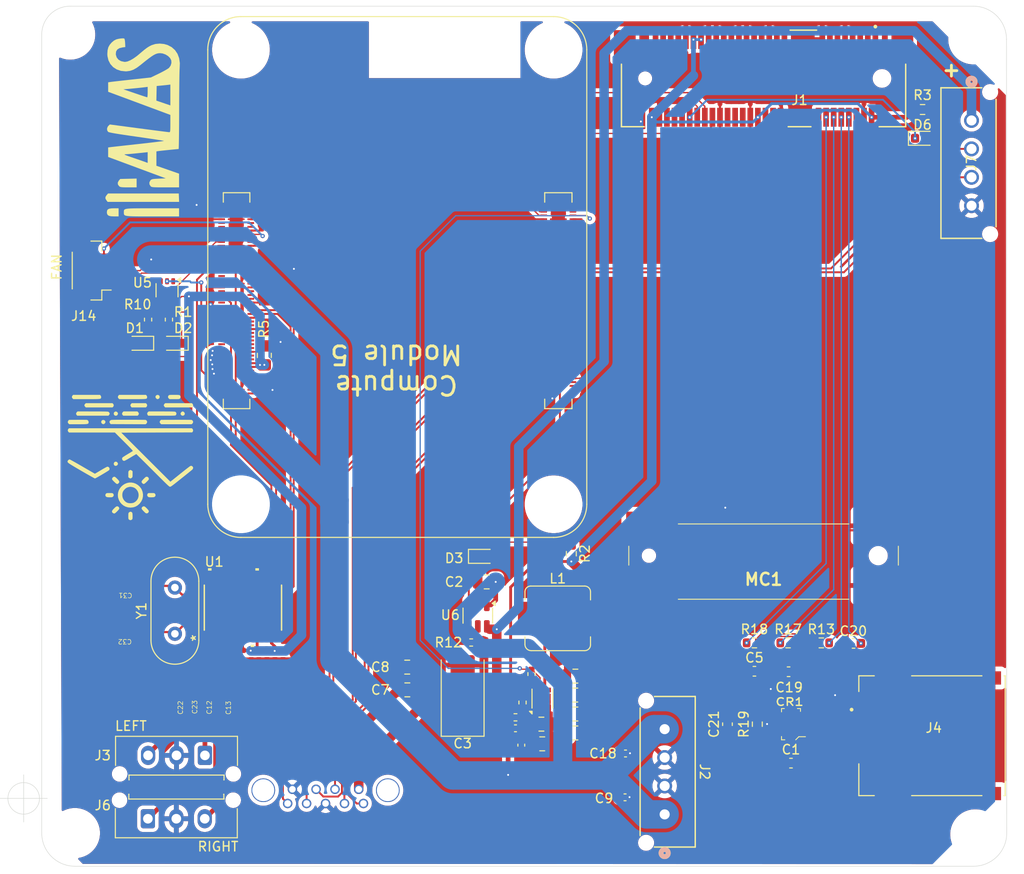
<source format=kicad_pcb>
(kicad_pcb (version 20241229) (generator "pcbnew") (generator_version "9.0")
  (layers (0 "F.Cu" signal) (4 "In1.Cu" power) (6 "In2.Cu" power) (2 "B.Cu" signal) (13 "F.Paste" user) (15 "B.Paste" user) (5 "F.SilkS" user "F.Silkscreen") (7 "B.SilkS" user "B.Silkscreen") (1 "F.Mask" user) (3 "B.Mask" user) (25 "Edge.Cuts" user))
  (net 0 "")
  (net 1 "GND")
  (net 2 "/Cellular/SIM_VDD")
  (net 3 "/CM5_HighSpeed/USBOTG_ID")
  (net 4 "/CM5_HighSpeed/VBUS")
  (net 5 "/Cellular/FB")
  (net 6 "/Cellular/M2_3v3")
  (net 7 "Net-(CR1-I{slash}O1)")
  (net 8 "Net-(D1-K)")
  (net 9 "Net-(D2-K)")
  (net 10 "Net-(CR1-I{slash}O2)")
  (net 11 "/CM5_HighSpeed/PCIE_nRST")
  (net 12 "/CM5_HighSpeed/PCIE_nWAKE")
  (net 13 "Net-(R10-Pad2)")
  (net 14 "/+3.3v")
  (net 15 "/CM5_GPIO ( Ethernet, GPIO, SDCARD)/+1.8v")
  (net 16 "/CM5_GPIO ( Ethernet, GPIO, SDCARD)/SD_PWR_ON")
  (net 19 "Net-(CR1-I{slash}O3)")
  (net 21 "Net-(D3-A)")
  (net 22 "Net-(D6-A)")
  (net 23 "/Cellular/LED_WWAN")
  (net 26 "/CM5_GPIO ( Ethernet, GPIO, SDCARD)/ETH_LEDG")
  (net 27 "/CM5_GPIO ( Ethernet, GPIO, SDCARD)/ETH_LEDY")
  (net 28 "/+5v")
  (net 29 "/CM5_GPIO ( Ethernet, GPIO, SDCARD)/TRD0_P")
  (net 30 "/Cellular/RI")
  (net 31 "/CM5_GPIO ( Ethernet, GPIO, SDCARD)/TRD2_P")
  (net 32 "/CM5_GPIO ( Ethernet, GPIO, SDCARD)/TRD0_N")
  (net 33 "/CM5_GPIO ( Ethernet, GPIO, SDCARD)/TRD2_N")
  (net 34 "/CM5_GPIO ( Ethernet, GPIO, SDCARD)/TRD1_N")
  (net 35 "/CM5_GPIO ( Ethernet, GPIO, SDCARD)/TRD3_N")
  (net 36 "/CM5_GPIO ( Ethernet, GPIO, SDCARD)/TRD1_P")
  (net 37 "/CM5_GPIO ( Ethernet, GPIO, SDCARD)/TRD3_P")
  (net 38 "/Cellular/W_DISABLE")
  (net 53 "/Cellular/SIM_DATA")
  (net 54 "/Cellular/PERST")
  (net 57 "/CM5_HighSpeed/USB3-1-TX_P")
  (net 58 "/CM5_HighSpeed/USB3-1-TX_N")
  (net 59 "/CM5_HighSpeed/USB3-1-RX_P")
  (net 60 "/CM5_HighSpeed/USB3-1-RX_N")
  (net 62 "/CC2")
  (net 66 "/CC1")
  (net 67 "/CM5_GPIO ( Ethernet, GPIO, SDCARD)/ID_SC")
  (net 68 "/CM5_HighSpeed/HDMI1_D2_P")
  (net 69 "/CM5_GPIO ( Ethernet, GPIO, SDCARD)/ID_SD")
  (net 70 "/CM5_HighSpeed/HDMI1_D2_N")
  (net 71 "/CM5_GPIO ( Ethernet, GPIO, SDCARD)/SCL0")
  (net 86 "/CM5_GPIO ( Ethernet, GPIO, SDCARD)/GPIO27")
  (net 87 "/CM5_GPIO ( Ethernet, GPIO, SDCARD)/GPIO22")
  (net 88 "/CM5_GPIO ( Ethernet, GPIO, SDCARD)/GPIO21")
  (net 89 "/CM5_GPIO ( Ethernet, GPIO, SDCARD)/GPIO20")
  (net 90 "/CM5_GPIO ( Ethernet, GPIO, SDCARD)/GPIO26")
  (net 91 "/CM5_GPIO ( Ethernet, GPIO, SDCARD)/GPIO16")
  (net 92 "/CM5_GPIO ( Ethernet, GPIO, SDCARD)/GPIO13")
  (net 93 "/CM5_GPIO ( Ethernet, GPIO, SDCARD)/GPIO12")
  (net 94 "/CM5_GPIO ( Ethernet, GPIO, SDCARD)/GPIO6")
  (net 95 "/CM5_GPIO ( Ethernet, GPIO, SDCARD)/GPIO5")
  (net 96 "/CM5_GPIO ( Ethernet, GPIO, SDCARD)/GPIO7")
  (net 97 "/CM5_GPIO ( Ethernet, GPIO, SDCARD)/GPIO8")
  (net 98 "/CM5_GPIO ( Ethernet, GPIO, SDCARD)/GPIO11")
  (net 99 "/CM5_GPIO ( Ethernet, GPIO, SDCARD)/GPIO25")
  (net 100 "/CM5_GPIO ( Ethernet, GPIO, SDCARD)/GPIO19")
  (net 101 "/CM5_GPIO ( Ethernet, GPIO, SDCARD)/GPIO9")
  (net 102 "/CM5_GPIO ( Ethernet, GPIO, SDCARD)/GPIO10")
  (net 103 "/CM5_GPIO ( Ethernet, GPIO, SDCARD)/GPIO24")
  (net 104 "/CM5_GPIO ( Ethernet, GPIO, SDCARD)/GPIO23")
  (net 105 "/CM5_GPIO ( Ethernet, GPIO, SDCARD)/GPIO18")
  (net 106 "/CM5_GPIO ( Ethernet, GPIO, SDCARD)/GPIO17")
  (net 107 "/CM5_GPIO ( Ethernet, GPIO, SDCARD)/GPIO15")
  (net 108 "/CM5_GPIO ( Ethernet, GPIO, SDCARD)/GPIO14")
  (net 109 "/CM5_GPIO ( Ethernet, GPIO, SDCARD)/GPIO4")
  (net 110 "/CM5_GPIO ( Ethernet, GPIO, SDCARD)/GPIO3")
  (net 111 "/CM5_GPIO ( Ethernet, GPIO, SDCARD)/GPIO2")
  (net 112 "/CM5_GPIO ( Ethernet, GPIO, SDCARD)/SD_DAT2")
  (net 113 "/CM5_GPIO ( Ethernet, GPIO, SDCARD)/SD_DAT3")
  (net 114 "/CM5_GPIO ( Ethernet, GPIO, SDCARD)/SD_CMD")
  (net 115 "/CM5_GPIO ( Ethernet, GPIO, SDCARD)/SD_CLK")
  (net 116 "/CM5_GPIO ( Ethernet, GPIO, SDCARD)/SD_DAT0")
  (net 117 "/CM5_GPIO ( Ethernet, GPIO, SDCARD)/SD_DAT1")
  (net 122 "/CM5_GPIO ( Ethernet, GPIO, SDCARD)/SDA0")
  (net 124 "/CM5_GPIO ( Ethernet, GPIO, SDCARD)/CAM_GPIO1")
  (net 125 "/Cellular/SIM_CLK")
  (net 128 "/CM5_HighSpeed/USB3-0-D_N")
  (net 129 "/CM5_HighSpeed/USB3-0-D_P")
  (net 130 "/CM5_HighSpeed/USB3-0-RX_N")
  (net 131 "/CM5_HighSpeed/USB3-0-RX_P")
  (net 132 "/CM5_HighSpeed/USB3-0-TX_N")
  (net 133 "/CM5_HighSpeed/USB3-0-TX_P")
  (net 134 "/CM5_HighSpeed/USB3-1-D_N")
  (net 135 "/CM5_HighSpeed/USB3-1-D_P")
  (net 137 "/CM5_HighSpeed/USB2_N")
  (net 138 "/CM5_HighSpeed/USB2_P")
  (net 140 "/CM5_GPIO ( Ethernet, GPIO, SDCARD)/TACHO")
  (net 141 "/CM5_GPIO ( Ethernet, GPIO, SDCARD)/PWM")
  (net 145 "/CM5_HighSpeed/PCIE_CLK_P")
  (net 146 "/CM5_HighSpeed/PCIE_CLK_N")
  (net 147 "/CM5_HighSpeed/PCIE_nCLKREQ")
  (net 148 "/CM5_HighSpeed/PCIE_TX_P")
  (net 149 "/Cellular/SIM_RST")
  (net 150 "/CM5_HighSpeed/PCIE_TX_N")
  (net 153 "/CM5_HighSpeed/PCIE_RX_P")
  (net 155 "/CM5_HighSpeed/PCIE_RX_N")
  (net 160 "Net-(U8-LX)")
  (net 171 "Net-(Module1A-LED_nACT)")
  (net 173 "/Cellular/DTR")
  (net 174 "/CM5_GPIO ( Ethernet, GPIO, SDCARD)/PWR_BUT")
  (net 175 "/CM5_GPIO ( Ethernet, GPIO, SDCARD)/GPIO_VREF")
  (net 176 "/CM5_GPIO ( Ethernet, GPIO, SDCARD)/PMIC_ENABLE")
  (net 177 "/CM5_GPIO ( Ethernet, GPIO, SDCARD)/nPWR_LED")
  (net 178 "/CM5_HighSpeed/PCIE_PWR_EN")
  (net 179 "/CM5_GPIO ( Ethernet, GPIO, SDCARD)/SYNC_OUT")
  (net 180 "/CM5_GPIO ( Ethernet, GPIO, SDCARD)/EEPROM_nWP")
  (net 181 "/CM5_HighSpeed/VBUS_EN")
  (net 182 "Net-(U6-ILIM)")
  (net 187 "/CM5_GPIO ( Ethernet, GPIO, SDCARD)/nRPIBOOT")
  (net 188 "/CM5_GPIO ( Ethernet, GPIO, SDCARD)/VBAT")
  (net 200 "/CM5_GPIO ( Ethernet, GPIO, SDCARD)/Audio/XI")
  (net 204 "/CM5_GPIO ( Ethernet, GPIO, SDCARD)/Audio/LP")
  (net 205 "/CM5_GPIO ( Ethernet, GPIO, SDCARD)/Audio/RP")
  (net 206 "/CM5_GPIO ( Ethernet, GPIO, SDCARD)/Audio/LN")
  (net 207 "/CM5_GPIO ( Ethernet, GPIO, SDCARD)/Audio/RN")
  (net 208 "/CM5_GPIO ( Ethernet, GPIO, SDCARD)/Audio/VIN1P")
  (net 209 "/CM5_GPIO ( Ethernet, GPIO, SDCARD)/Audio/VIN2P")
  (net 210 "/CM5_GPIO ( Ethernet, GPIO, SDCARD)/Audio/VIN1M")
  (net 211 "/CM5_GPIO ( Ethernet, GPIO, SDCARD)/Audio/VIN2M")
  (net 212 "Net-(U1-VREF)")
  (net 213 "/CM5_GPIO ( Ethernet, GPIO, SDCARD)/Audio/LDO")
  (net 214 "/CM5_GPIO ( Ethernet, GPIO, SDCARD)/Audio/GPIO0")
  (net 215 "/CM5_GPIO ( Ethernet, GPIO, SDCARD)/Audio/XO")
  (footprint "Resistor_SMD:R_0402_1005Metric" (layer "F.Cu") (at 152.7 102 90)
    (property "Reference" "R10")
    (property "Value" "1k")
  )
  (footprint "LED_SMD:LED_0603_1608Metric" (layer "F.Cu") (at 155.45 104.5 180)
    (property "Reference" "D2")
    (property "Value" "LED Green")
  )
  (footprint "LED_SMD:LED_0603_1608Metric" (layer "F.Cu") (at 151.8 104.5 180)
    (property "Reference" "D1")
    (property "Value" "LED Red")
  )
  (footprint "Resistor_SMD:R_0402_1005Metric" (layer "F.Cu") (at 154.9 102 90)
    (property "Reference" "R1")
    (property "Value" "1k")
  )
  (footprint "Package_TO_SOT_SMD:SOT-353_SC-70-5" (layer "F.Cu") (at 154.7 98.9 -90)
    (property "Reference" "U5")
    (property "Value" "74LVC1G07SE-7")
  )
  (footprint "CM5IO:MountingHole_2.7mm_M2.5_DIN965" (layer "F.Cu") (at 144.974874 156.225126)
    (property "Reference" "H2" (hide yes))
    (property "Value" "MountingHole")
  )
  (footprint "CM5IO:MountingHole_2.7mm_M2.5_DIN965" (layer "F.Cu") (at 144.47654 71.9017)
    (property "Reference" "H3" (hide yes))
    (property "Value" "MountingHole")
  )
  (footprint "CM5IO:MountingHole_2.7mm_M2.5_DIN965" (layer "F.Cu") (at 239.8 72.4)
    (property "Reference" "H6" (hide yes))
    (property "Value" "MountingHole")
  )
  (footprint "CM5IO:MountingHole_2.7mm_M2.5_DIN965" (layer "F.Cu") (at 240.01 156.36)
    (property "Reference" "H8" (hide yes))
    (property "Value" "MountingHole")
  )
  (footprint "Resistor_SMD:R_0805_2012Metric_Pad1.20x1.40mm_HandSolder" (layer "F.Cu") (at 164.97 105.78 90)
    (property "Reference" "R5")
    (property "Value" "0R")
  )
  (footprint "Package_DFN_QFN:DFN-8-1EP_2x2mm_P0.5mm_EP1.05x1.75mm" (layer "F.Cu") (at 194.320348 142.02196 90)
    (property "Reference" "U8" (hide yes))
    (property "Value" "AP3441SHE-7B")
  )
  (footprint "Capacitor_SMD:C_0805_2012Metric" (layer "F.Cu") (at 194.3 146.8)
    (property "Reference" "C6" (hide yes))
    (property "Value" "10u")
  )
  (footprint "PCM:DBT30_TEX" (layer "F.Cu") (at 162.709999 132.41725 90)
    (property "Reference" "U1")
    (property "Value" "PCM1863DBT")
  )
  (footprint "Capacitor_SMD:C_0805_2012Metric" (layer "F.Cu") (at 197.798474 143.650437 180)
    (property "Reference" "C16" (hide yes))
    (property "Value" "10u")
  )
  (footprint "Connector_Molex:CONN_SD-43650-006_04_MOL 1x4" (layer "F.Cu") (at 207.54 149.75 -90)
    (property "Reference" "J2")
    (property "Value" "1x4")
  )
  (footprint "Capacitor_SMD:C_0402_1005Metric" (layer "F.Cu") (at 192.09 146.94 -90)
    (property "Reference" "C10" (hide yes))
    (property "Value" "100n")
  )
  (footprint "Capacitor_SMD:C_0402_1005Metric" (layer "F.Cu") (at 191.475254 145.159888)
    (property "Reference" "C11" (hide yes))
    (property "Value" "4.7nF")
  )
  (footprint "PCM_JLCPCB:C_0402" (layer "F.Cu") (at 159.86 143.25 90)
    (property "Reference" "C12" (hide yes))
    (property "Value" "10uF")
  )
  (footprint "Capacitor_SMD:C_0805_2012Metric" (layer "F.Cu") (at 180.05 138.7)
    (property "Reference" "C8")
    (property "Value" "10u")
  )
  (footprint "Capacitor_SMD:C_0603_1608Metric" (layer "F.Cu") (at 227.1596 136.1896 180)
    (property "Reference" "C20")
    (property "Value" "33pF")
  )
  (footprint "PCM_JLCPCB:C_0402" (layer "F.Cu") (at 156.84 143.25 90)
    (property "Reference" "C22" (hide yes))
    (property "Value" "10uF")
  )
  (footprint "0679105700:MOLEX_67910-5700" (layer "F.Cu") (at 217.66 76.53 180)
    (property "Reference" "J1")
    (property "Value" "67910-5700")
  )
  (footprint "Resistor_SMD:R_0603_1608Metric" (layer "F.Cu") (at 216.9996 144.724 90)
    (property "Reference" "R19")
    (property "Value" "15K")
  )
  (footprint "Connector_JST:JST_SH_BM04B-SRSS-TB_1x04-1MP_P1.00mm_Vertical" (layer "F.Cu") (at 146.705 96.82 90)
    (property "Reference" "J14")
    (property "Value" "JST_SHBM04B-SRSS-TB")
  )
  (footprint "PCM_JLCPCB:C_0402" (layer "F.Cu") (at 150.25 135 180)
    (property "Reference" "C32" (hide yes))
    (property "Value" "15pF")
  )
  (footprint "Capacitor_SMD:C_0805_2012Metric" (layer "F.Cu") (at 188.4375 129.7 180)
    (property "Reference" "C2")
    (property "Value" "10u" (hide yes))
  )
  (footprint "Capacitor_Tantalum_SMD:CP_EIA-7343-31_Kemet-D" (layer "F.Cu") (at 185.9 141.5875 90)
    (property "Reference" "C3")
    (property "Value" "100uF" (hide yes))
  )
  (footprint "PCM_JLCPCB:C_0402" (layer "F.Cu") (at 161.92 143.25 90)
    (property "Reference" "C13" (hide yes))
    (property "Value" "10uF")
  )
  (footprint "Capacitor_SMD:C_0805_2012Metric" (layer "F.Cu") (at 197.785974 141.650437 180)
    (property "Reference" "C17" (hide yes))
    (property "Value" "10u")
  )
  (footprint "Connector_Molex:CONN_SD-43650-006_04_MOL 1x4" (layer "F.Cu") (at 239.29 85.47 90)
    (property "Reference" "J7")
    (property "Value" "Conn_01x04")
  )
  (footprint "PCM_JLCPCB:C_0402" (layer "F.Cu") (at 166.94 137.42 90)
    (property "Reference" "C27" (hide yes))
    (property "Value" "10uF")
  )
  (footprint "PCM_JLCPCB:C_0402" (layer "F.Cu") (at 164.39 137.43 90)
    (property "Reference" "C29" (hide yes))
    (property "Value" "10uF")
  )
  (footprint "PCM_JLCPCB:C_0402" (layer "F.Cu") (at 165.24 137.42 -90)
    (property "Reference" "C30" (hide yes))
    (property "Value" "100nF")
  )
  (footprint "Resistor_SMD:R_0603_1608Metric" (layer "F.Cu") (at 223.756 136.1388)
    (property "Reference" "R13")
    (property "Value" "22R")
  )
  (footprint "PCM_JLCPCB:C_0402" (layer "F.Cu") (at 166.09 137.42 -90)
    (property "Reference" "C28" (hide yes))
    (property "Value" "100nF")
  )
  (footprint "PCM_JLCPCB:C_0402" (layer "F.Cu") (at 158.38 143.25 90)
    (property "Reference" "C23" (hide yes))
    (property "Value" "10uF")
  )
  (footprint "PCM_JLCPCB:C_0402" (layer "F.Cu") (at 163.59 137.43 90)
    (property "Reference" "C25" (hide yes))
    (property "Value" "10uF")
  )
  (footprint "Connector_Molex:Molex_Micro-Fit_3.0_43650-0315_1x03_P3.00mm_Vertical" (layer "F.Cu") (at 152.68 154.71)
    (property "Reference" "J6")
    (property "Value" "Conn_01x03")
  )
  (footprint "Resistor_SMD:R_0603_1608Metric" (layer "F.Cu") (at 220.2508 136.1388)
    (property "Reference" "R17")
    (property "Value" "22R")
  )
  (footprint "Package_TO_SOT_SMD:SOT-23-6" (layer "F.Cu") (at 187.5 133.2625 -90)
    (property "Reference" "U6")
    (property "Value" "AP22653W6" (hide yes))
  )
  (footprint "Inductor_SMD:L_Bourns_SRP7028A_7.3x6.6mm" (layer "F.Cu") (at 195.935 133.55)
    (property "Reference" "L1")
    (property "Value" "2.2uH")
  )
  (footprint "Crystal:Crystal_HC49-U_Vertical" (layer "F.Cu") (at 155.53 135.18 90)
    (property "Reference" "Y1")
    (property "Value" "Crystal (24.576MHz)")
  )
  (footprint "Capacitor_SMD:C_0402_1005Metric" (layer "F.Cu") (at 203.09 147.82 180)
    (property "Reference" "C18")
    (property "Value" "100n")
  )
  (footprint "LED_SMD:LED_0603_1608Metric" (layer "F.Cu") (at 188 127)
    (property "Reference" "D3")
    (property "Value" "LED Red" (hide yes))
  )
  (footprint "Resistor_SMD:R_0603_1608Metric" (layer "F.Cu") (at 197.37 126.72 -90)
    (property "Reference" "R2")
    (property "Value" "330")
  )
  (footprint "Capacitor_SMD:C_0603_1608Metric" (layer "F.Cu") (at 220.5556 148.8388)
    (property "Reference" "C1")
    (property "Value" "0.1uF")
  )
  (footprint "Connector_Molex:Molex_Micro-Fit_3.0_43650-0315_1x03_P3.00mm_Vertical" (layer "F.Cu") (at 158.7 148.02 180)
    (property "Reference" "J3")
    (property "Value" "Conn_01x03")
  )
  (footprint "Resistor_SMD:R_0402_1005Metric" (layer "F.Cu") (at 192.220348 142.43696 90)
    (property "Reference" "R16" (hide yes))
    (property "Value" "2.2K 1%")
  )
  (footprint "Capacitor_SMD:C_0603_1608Metric" (layer "F.Cu") (at 220.3016 139.1868)
    (property "Reference" "C19")
    (property "Value" "33pF")
  )
  (footprint "Capacitor_SMD:C_0805_2012Metric" (layer "F.Cu") (at 180.0625 141.1)
    (property "Reference" "C7")
    (property "Value" "10u")
  )
  (footprint "digikey-footprints:SOT23-6L" (layer "F.Cu") (at 220.5556 144.724 90)
    (property "Reference" "CR1")
    (property "Value" "DALC208SC6")
  )
  (footprint "Resistor_SMD:R_0402_1005Metric" (layer "F.Cu") (at 191.475254 143.999888)
    (property "Reference" "R15" (hide yes))
    (property "Value" "10K 1%")
  )
  (footprint "PCM_JLCPCB:C_0402" (layer "F.Cu") (at 161.71 137.42 90)
    (property "Reference" "C24" (hide yes))
    (property "Value" "1uF")
  )
  (footprint "Logo Footprints:Ridgeline" (layer "F.Cu") (at 150.825 116.55 180)
    (property "Reference" "G***" (hide yes))
    (property "Value" "LOGO" (hide yes))
  )
  (footprint "PCM_JLCPCB:C_0402" (layer "F.Cu") (at 150.3 130.12 180)
    (property "Reference" "C31" (hide yes))
    (property "Value" "15pF")
  )
  (footprint "Resistor_SMD:R_0402_1005Metric" (layer "F.Cu") (at 186.8 136.1 180)
    (property "Reference" "R12")
    (property "Value" "15K 1%" (hide yes))
  )
  (footprint "Resistor_SMD:R_0603_1608Metric" (layer "F.Cu") (at 234.442807 79.812722 180)
    (property "Reference" "R3")
    (property "Value" "330")
  )
  (footprint "Capacitor_SMD:C_0805_2012Metric" (layer "F.Cu") (at 197.798474 145.650437 180)
    (property "Reference" "C15" (hide yes))
    (property "Value" "10u")
  )
  (footprint "Capacitor_SMD:C_0805_2012Metric" (layer "F.Cu") (at 197.798474 139.650437 180)
    (property "Reference" "C14" (hide yes))
    (property "Value" "10u")
  )
  (footprint "Capacitor_SMD:C_0402_1005Metric" (layer "F.Cu") (at 203.04 152.45 180)
    (property "Reference" "C9")
    (property "Value" "100n")
  )
  (footprint "PCM_JLCPCB:C_0402" (layer "F.Cu") (at 162.71 137.43 90)
    (property "Reference" "C26" (hide yes))
    (property "Value" "100nF")
  )
  (footprint "Resistor_SMD:R_0603_1608Metric" (layer "F.Cu") (at 216.6948 136.1388)
    (property "Reference" "R18")
    (property "Value" "22R")
  )
  (footprint "Resistor_SMD:R_0402_1005Metric" (layer "F.Cu") (at 193.17 139.43 -90)
    (property "Reference" "R14" (hide yes))
    (property "Value" "100K 1%")
  )
  (footprint "Capacitor_SMD:C_0603_1608Metric" (layer "F.Cu") (at 213.85 144.724 -90)
    (property "Reference" "C21")
    (property "Value" "33pF")
  )
  (footprint "KiCad:480994000" (layer "F.Cu") (at 217.66 126.93 180)
    (property "Reference" "MC1")
    (property "Value" "~" (hide yes))
  )
  (footprint "CM5IO:Raspberry-Pi-5-Compute-Module" (layer "F.Cu") (at 162.5 121.5)
    (property "Reference" "Module1" (hide yes))
    (property "Value" "ComputeModule5-CM5")
  )
  (footprint "Connector_USB:C168717" (layer "F.Cu") (at 171.43 151.7 180)
    (property "Reference" "J5" (hide yes))
    (property "Value" "USB3_A" (hide yes))
  )
  (footprint "0786463001:MOLEX_0786463001" (layer "F.Cu") (at 235.44 145.9432)
    (property "Reference" "J4")
    (property "Value" "0786463001")
  )
  (footprint "Capacitor_SMD:C_0805_2012Metric" (layer "F.Cu") (at 194.21 144.72)
    (property "Reference" "C4" (hide yes))
    (property "Value" "10u")
  )
  (footprint "Capacitor_SMD:C_0603_1608Metric" (layer "F.Cu") (at 216.6948 139.136)
    (property "Reference" "C5")
    (property "Value" "33pF")
  )
  (footprint "LED_SMD:LED_0603_1608Metric" (layer "F.Cu") (at 234.435307 82.852722)
    (property "Reference" "D6")
    (property "Value" "LED Red")
  )
  (footprint "Logo Footprints:Alas" (layer "F.Cu") (at 152.19652 81.624094 90)
    (property "Reference" "G***" (hide yes))
    (property "Value" "LOGO" (hide yes))
  )
  (gr_line (start 243.325126 156.225126) (end 243.3 72.4) (stroke (width 0.05)) (layer "Edge.Cuts"))
  (gr_line (start 239.8 68.900075) (end 144.47654 68.900075) (stroke (width 0.05)) (layer "Edge.Cuts"))
  (gr_line (start 141.474874 156.225126) (end 141.474874 71.9017) (stroke (width 0.05)) (layer "Edge.Cuts"))
  (gr_line (start 144.974874 159.725126) (end 239.825126 159.725126) (stroke (width 0.05)) (layer "Edge.Cuts"))
  (gr_arc (start 141.474874 71.9017) (mid 142.354042 69.779202) (end 144.47654 68.900034) (stroke (width 0.05)) (layer "Edge.Cuts"))
  (gr_arc (start 144.974874 159.725126) (mid 142.5 158.7) (end 141.474874 156.225126) (stroke (width 0.05)) (layer "Edge.Cuts"))
  (gr_arc (start 239.8 68.9) (mid 242.274874 69.925126) (end 243.3 72.4) (stroke (width 0.05)) (layer "Edge.Cuts"))
  (gr_arc (start 243.325126 156.225126) (mid 242.3 158.7) (end 239.825126 159.725126) (stroke (width 0.05)) (layer "Edge.Cuts"))
  (gr_text "FAN" (at 143.06 96.45 90) (layer "F.SilkS") (effects (font (size 1 1))))
  (gr_text "RIGHT\n" (at 157.84 158.24 0) (layer "F.SilkS") (effects (font (size 1 1)) (justify left bottom)))
  (gr_text "+" (at 236.36 76.48 0) (layer "F.SilkS") (effects (font (size 1.5 1.5) (thickness 0.3) (bold yes)) (justify left bottom)))
  (gr_text "LEFT" (at 149.12 145.5 0) (layer "F.SilkS") (effects (font (size 1 1)) (justify left bottom)))
  (gr_text "Compute\nModule 5" (at 178.9 107.3 180) (layer "F.SilkS") (effects (font (size 2 2) (thickness 0.3))))
  (target plus (at 139.57 152.56) (size 5) (width 0.05) (layer "Edge.Cuts"))
  (segment (start 198.54 96.2) (end 198.7 96.04) (width 0.2) (layer "F.Cu") (net 1))
  (segment (start 160.9 94.6) (end 161.39 94.11) (width 0.2) (layer "F.Cu") (net 1))
  (segment (start 160.46 104.2) (end 159.45 104.2) (width 0.2) (layer "F.Cu") (net 1))
  (segment (start 210.66 79.5) (end 210.08 78.92) (width 0.13) (layer "F.Cu") (net 1))
  (segment (start 193.49 93.8) (end 193.48 93.81) (width 0.2) (layer "F.Cu") (net 1))
  (segment (start 194.46 107) (end 193.5 107) (width 0.13) (layer "F.Cu") (net 1))
  (segment (start 160.962 96.6) (end 161.33 96.232) (width 0.2) (layer "F.Cu") (net 1))
  (segment (start 160.46 90.2) (end 160.46 89.9) (width 0.2) (layer "F.Cu") (net 1))
  (segment (start 194.46 105.8) (end 193.47 105.8) (width 0.13) (layer "F.Cu") (net 1))
  (segment (start 161.33 96.232) (end 161.33 95.58) (width 0.2) (layer "F.Cu") (net 1))
  (segment (start 197.54 101) (end 198.32 101) (width 0.2) (layer "F.Cu") (net 1))
  (segment (start 198.35 92.6) (end 198.36 92.61) (width 0.2) (layer "F.Cu") (net 1))
  (segment (start 162.21 135.37) (end 162.21 134.21) (width 0.23) (layer "F.Cu") (net 1))
  (segment (start 195.070348 144.630348) (end 195.16 144.72) (width 0.13) (layer "F.Cu") (net 1))
  (segment (start 193.51 109.4) (end 193.5 109.39) (width 0.13) (layer "F.Cu") (net 1))
  (segment (start 194.46 91.4) (end 193.49 91.4) (width 0.2) (layer "F.Cu") (net 1))
  (segment (start 197.54 97.4) (end 198.28 97.4) (width 0.2) (layer "F.Cu") (net 1))
  (segment (start 163.54 98.2) (end 164.55 98.2) (width 0.2) (layer "F.Cu") (net 1))
  (segment (start 164.03 90.2) (end 164.04 90.21) (width 0.23) (layer "F.Cu") (net 1))
  (segment (start 194.46 95) (end 195.44 95) (width 0.2) (layer "F.Cu") (net 1))
  (segment (start 229.41 123.08) (end 228.24 124.25) (width 0.23) (layer "F.Cu") (net 1))
  (segment (start 163.54 104.6) (end 162.99 104.6) (width 0.2) (layer "F.Cu") (net 1))
  (segment (start 160.46 103) (end 159.52 103) (width 0.2) (layer "F.Cu") (net 1))
  (segment (start 197.54 102.2) (end 198.42 102.2) (width 0.13) (layer "F.Cu") (net 1))
  (segment (start 197.54 99.8) (end 198.42 99.8) (width 0.2) (layer "F.Cu") (net 1))
  (segment (start 193.44 108.2) (end 193.43 108.19) (width 0.13) (layer "F.Cu") (net 1))
  (segment (start 193.3 91.4) (end 193.29 91.39) (width 0.2) (layer "F.Cu") (net 1))
  (segment (start 160.46 98.6) (end 159.53 98.6) (width 0.2) (layer "F.Cu") (net 1))
  (segment (start 193.5 107) (end 193.49 106.99) (width 0.13) (layer "F.Cu") (net 1))
  (segment (start 198.45 103.4) (end 198.46 103.41) (width 0.13) (layer "F.Cu") (net 1))
  (segment (start 194.46 109.4) (end 193.51 109.4) (width 0.13) (layer "F.Cu") (net 1))
  (segment (start 198.52 108.2) (end 198.64 108.08) (width 0.13) (layer "F.Cu") (net 1))
  (segment (start 160.46 91.4) (end 159.59 91.4) (width 0.2) (layer "F.Cu") (net 1))
  (segment (start 198.59 107) (end 198.6 107.01) (width 0.13) (layer "F.Cu") (net 1))
  (segment (start 197.54 95) (end 198.43 95) (width 0.2) (layer "F.Cu") (net 1))
  (segment (start 210.66 80.63) (end 210.66 79.5) (width 0.13) (layer "F.Cu") (net 1))
  (segment (start 163.54 100.2) (end 164.5 100.2) (width 0.2) (layer "F.Cu") (net 1))
  (segment (start 164.71 135.37) (end 164.71 133.99) (width 0.23) (layer "F.Cu") (net 1))
  (segment (start 163.54 94.2) (end 164.65 94.2) (width 0.2) (layer "F.Cu") (net 1))
  (segment (start 229.41 121.85) (end 229.41 123.08) (width 0.23) (layer "F.Cu") (net 1))
  (segment (start 164.04 90.21) (end 164.59 90.76) (width 0.23) (layer "F.Cu") (net 1))
  (segment (start 198.42 99.8) (end 198.43 99.81) (width 0.2) (layer "F.Cu") (net 1))
  (segment (start 163.54 91.4) (end 164.68 91.4) (width 0.2) (layer "F.Cu") (net 1))
  (segment (start 164.59 90.76) (end 164.59 91.08) (width 0.23) (layer "F.Cu") (net 1))
  (segment (start 194.822348 142.02196) (end 195.070348 142.26996) (width 0.23) (layer "F.Cu") (net 1))
  (segment (start 164.43 103) (end 164.44 103.01) (width 0.2) (layer "F.Cu") (net 1))
  (segment (start 194.46 97.4) (end 195.22 97.4) (width 0.2) (layer "F.Cu") (net 1))
  (segment (start 197.54 91.4) (end 198.46 91.4) (width 0.2) (layer "F.Cu") (net 1))
  (segment (start 163.54 96.2) (end 164.56 96.2) (width 0.2) (layer "F.Cu") (net 1))
  (segment (start 195.44 102.2) (end 195.45 102.19) (width 0.13) (layer "F.Cu") (net 1))
  (segment (start 163.54 101.8) (end 164.25 101.8) (width 0.2) (layer "F.Cu") (net 1))
  (segment (start 198.28 97.4) (end 198.56 97.68) (width 0.2) (layer "F.Cu") (net 1))
  (segment (start 163.54 109.4) (end 164.53 109.4) (width 0.2) (layer "F.Cu") (net 1))
  (segment (start 193.45 97.4) (end 193.42 97.37) (width 0.2) (layer "F.Cu") (net 1))
  (segment (start 164.25 101.8) (end 164.62 102.17) (width 0.2) (layer "F.Cu") (net 1))
  (segment (start 194.46 108.2) (end 193.44 108.2) (width 0.13) (layer "F.Cu") (net 1))
  (segment (start 160.46 92.6) (end 159.53 92.6) (width 0.2) (layer "F.Cu") (net 1))
  (segment (start 197.54 104.6) (end 198.48 104.6) (width 0.13) (layer "F.Cu") (net 1))
  (segment (start 197.54 109.4) (end 198.55 109.4) (width 0.13) (layer "F.Cu") (net 1))
  (segment (start 160.46 100.6) (end 159.45 100.6) (width 0.13) (layer "F.Cu") (net 1))
  (segment (start 194.46 103.4) (end 195.38 103.4) (width 0.13) (layer "F.Cu") (net 1))
  (segment (start 197.54 107) (end 198.59 107) (width 0.13) (layer "F.Cu") (net 1))
  (segment (start 198.5 105.8) (end 198.53 105.83) (width 0.13) (layer "F.Cu") (net 1))
  (segment (start 194.46 93.8) (end 193.49 93.8) (width 0.2) (layer "F.Cu") (net 1))
  (segment (start 197.54 98.6) (end 198.25 98.6) (width 0.2) (layer "F.Cu") (net 1))
  (segment (start 198.42 102.2) (end 198.44 102.22) (width 0.13) (layer "F.Cu") (net 1))
  (segment (start 160.46 101.8) (end 159.57 101.8) (width 0.2) (layer "F.Cu") (net 1))
  (segment (start 162.63 104.96) (end 162.63 105.27) (width 0.2) (layer "F.Cu") (net 1))
  (segment (start 163.54 92.6) (end 164.81 92.6) (width 0.2) (layer "F.Cu") (net 1))
  (segment (start 194.46 97.4) (end 193.45 97.4) (width 0.2) (layer "F.Cu") (net 1))
  (segment (start 197.54 93.8) (end 198.52 93.8) (width 0.2) (layer "F.Cu") (net 1))
  (segment (start 194.46 101) (end 195.34 101) (width 0.2) (layer "F.Cu") (net 1))
  (segment (start 161.209999 129.4645) (end 161.21 130.81) (width 0.3) (layer "F.Cu") (net 1))
  (segment (start 194.320348 142.02196) (end 194.822348 142.02196) (width 0.23) (layer "F.Cu") (net 1))
  (segment (start 159.52 103) (end 159.5 102.98) (width 0.2) (layer "F.Cu") (net 1))
  (segment (start 160.46 94.6) (end 160.9 94.6) (width 0.2) (layer "F.Cu") (net 1))
  (segment (start 194.46 92.6) (end 193.4 92.6) (width 0.2) (layer "F.Cu") (net 1))
  (segment (start 194.46 104.6) (end 195.35 104.6) (width 0.13) (layer "F.Cu") (net 1))
  (segment (start 195.070348 142.26996) (end 195.070348 142.92196) (width 0.23) (layer "F.Cu") (net 1))
  (segment (start 163.54 103) (end 164.43 103) (width 0.2) (layer "F.Cu") (net 1))
  (segment (start 164.53 109.4) (end 164.54 109.41) (width 0.2) (layer "F.Cu") (net 1))
  (segment (start 162.99 104.6) (end 162.63 104.96) (width 0.2) (layer "F.Cu") (net 1))
  (segment (start 194.46 102.2) (end 195.44 102.2) (width 0.13) (layer "F.Cu") (net 1))
  (segment (start 197.54 96.2) (end 198.54 96.2) (width 0.2) (layer "F.Cu") (net 1))
  (segment (start 194.46 93.8) (end 195.39 93.8) (width 0.2) (layer "F.Cu") (net 1))
  (segment (start 198.48 104.6) (end 198.5 104.62) (width 0.13) (layer "F.Cu") (net 1))
  (segment (start 160.46 96.6) (end 160.962 96.6) (width 0.2) (layer "F.Cu") (net 1))
  (segment (start 197.54 103.4) (end 198.45 103.4) (width 0.13) (layer "F.Cu") (net 1))
  (segment (start 195.070348 142.92196) (end 195.070348 144.630348) (width 0.3) (layer "F.Cu") (net 1))
  (segment (start 195.36 96.2) (end 193.42 96.2) (width 0.2) (layer "F.Cu") (net 1))
  (segment (start 194.46 96.2) (end 195.36 96.2) (width 0.2) (layer "F.Cu") (net 1))
  (segment (start 163.54 90.2) (end 164.03 90.2) (width 0.23) (layer "F.Cu") (net 1))
  (segment (start 198.55 109.4) (end 198.57 109.38) (width 0.13) (layer "F.Cu") (net 1))
  (segment (start 197.54 105.8) (end 198.5 105.8) (width 0.13) (layer "F.Cu") (net 1))
  (segment (start 164.68 91.4) (end 164.73 91.45) (width 0.2) (layer "F.Cu") (net 1))
  (segment (start 195.44 95) (end 195.45 95.01) (width 0.2) (layer "F.Cu") (net 1))
  (segment (start 197.54 92.6) (end 198.35 92.6) (width 0.2) (layer "F.Cu") (net 1))
  (segment (start 197.54 108.2) (end 198.52 108.2) (width 0.13) (layer "F.Cu") (net 1))
  (segment (start 194.46 95) (end 193.46 95) (width 0.2) (layer "F.Cu") (net 1))
  (segment (start 210.08 78.92) (end 209.52 78.92) (width 0.13) (layer "F.Cu") (net 1))
  (segment (start 228.24 124.25) (end 226.74 124.25) (width 0.23) (layer "F.Cu") (net 1))
  (segment (start 161.709998 129.4645) (end 161.709998 130.809998) (width 0.3) (layer "F.Cu") (net 1))
  (via (at 195.37 110.32) (size 0.45) (drill 0.2) (layers "F.Cu" "B.Cu") (net 1))
  (via (at 213.62 121.86) (size 0.45) (drill 0.2) (layers "F.Cu" "B.Cu") (net 1))
  (via (at 218.42 141.01) (size 0.45) (drill 0.2) (layers "F.Cu" "B.Cu") (net 1))
  (via (at 157.82 89.89) (size 0.45) (drill 0.2) (layers "F.Cu" "B.Cu") (net 1))
  (via (at 218.03 144.71) (size 0.45) (drill 0.2) (layers "F.Cu" "B.Cu") (net 1))
  (via (at 165.83 109.43) (size 0.45) (drill 0.2) (layers "F.Cu" "B.Cu") (net 1))
  (via (at 168.09 96.64) (size 0.45) (drill 0.2) (layers "F.Cu" "B.Cu") (net 1))
  (via (at 155.68 154.71) (size 0.45) (drill 0.2) (layers "F.Cu" "B.Cu") (net 1))
  (via (at 159.3 100.4) (size 0.45) (drill 0.2) (layers "F.Cu" "B.Cu") (net 1))
  (via (at 155.7 148.02) (size 0.45) (drill 0.2) (layers "F.Cu" "B.Cu") (net 1))
  (via (at 166.68 104.36) (size 0.45) (drill 0.2) (layers "F.Cu" "B.Cu") (net 1))
  (via (at 225.21 141.66) (size 0.45) (drill 0.2) (layers "F.Cu" "B.Cu") (net 1))
  (via (at 204.71 81.08) (size 0.45) (drill 0.2) (layers "F.Cu" "B.Cu") (net 1))
  (segment (start 217.1246 145.674) (end 216.9996 145.549) (width 0.147) (layer "F.Cu") (net 2))
  (segment (start 229.1925 144.2357) (end 228.145 143.1882) (width 0.147) (layer "F.Cu") (net 2))
  (segment (start 229.1925 148.90578) (end 229.1925 144.2357) (width 0.147) (layer "F.Cu") (net 2))
  (segment (start 227.3705 136.7537) (end 227.9346 136.1896) (width 0.147) (layer "F.Cu") (net 2))
  (segment (start 219.4056 148.4638) (end 219.7806 148.8388) (width 0.147) (layer "F.Cu") (net 2))
  (segment (start 222.7973 149.0657) (end 229.03258 149.0657) (width 0.147) (layer "F.Cu") (net 2))
  (segment (start 219.4056 145.674) (end 219.4056 148.4638) (width 0.147) (layer "F.Cu") (net 2))
  (segment (start 219.4056 145.674) (end 222.7973 149.0657) (width 0.147) (layer "F.Cu") (net 2))
  (segment (start 219.4056 145.674) (end 217.1246 145.674) (width 0.147) (layer "F.Cu") (net 2))
  (segment (start 228.145 143.1882) (end 227.3705 142.4137) (width 0.147) (layer "F.Cu") (net 2))
  (segment (start 229.03258 149.0657) (end 229.1925 148.90578) (width 0.147) (layer "F.Cu") (net 2))
  (segment (start 227.3705 142.4137) (end 227.3705 136.7537) (width 0.147) (layer "F.Cu") (net 2))
  (via (at 227.9346 136.1896) (size 0.45) (drill 0.2) (layers "F.Cu" "B.Cu") (net 2))
  (via (at 226.66 80.63) (size 0.45) (drill 0.2) (layers "F.Cu" "B.Cu") (net 2))
  (segment (start 226.66 80.63) (end 226.66 134.915) (width 0.147) (layer "B.Cu") (net 2))
  (segment (start 226.66 134.915) (end 227.9346 136.1896) (width 0.147) (layer "B.Cu") (net 2))
  (segment (start 174.93 151.6) (end 174.93 145.2825) (width 1) (layer "F.Cu") (net 4))
  (segment (start 189.5 139.7) (end 189.5 141.1) (width 1) (layer "F.Cu") (net 4))
  (segment (start 189.5 139.7) (end 189.5 134.7) (width 1) (layer "F.Cu") (net 4))
  (segment (start 189.5 134.7) (end 188.75 134.7) (width 1) (layer "F.Cu") (net 4))
  (segment (start 183.898904 140.49) (end 188.71 140.49) (width 1) (layer "F.Cu") (net 4))
  (segment (start 188.71 140.49) (end 189.5 139.7) (width 1) (layer "F.Cu") (net 4))
  (segment (start 179.1125 141.1) (end 179.1125 138.7125) (width 0.13) (layer "F.Cu") (net 4))
  (segment (start 174.93 145.2825) (end 179.1125 141.1) (width 1) (layer "F.Cu") (net 4))
  (segment (start 174.93 151.6) (end 174.93 149.458904) (width 1) (layer "F.Cu") (net 4))
  (segment (start 189.5 141.1) (end 185.9 144.7) (width 1) (layer "F.Cu") (net 4))
  (segment (start 174.93 149.458904) (end 183.898904 140.49) (width 1) (layer "F.Cu") (net 4))
  (segment (start 188.75 134.7) (end 188.45 134.4) (width 0.13) (layer "F.Cu") (net 4))
  (via (at 189.5 134.7) (size 0.45) (drill 0.2) (layers "F.Cu" "B.Cu") (net 4))
  (segment (start 191.82 115.43) (end 200.83 106.42) (width 1) (layer "B.Cu") (net 4))
  (segment (start 200.83 73.87) (end 203.2 71.5) (width 1) (layer "B.Cu") (net 4))
  (segment (start 200.83 106.42) (end 200.83 73.87) (width 1) (layer "B.Cu") (net 4))
  (segment (start 203.2 71.5) (end 233.55 71.5) (width 1) (layer "B.Cu") (net 4))
  (segment (start 239.608699 77.558699) (end 239.608699 80.970001) (width 1) (layer "B.Cu") (net 4))
  (segment (start 189.5 134.7) (end 191.82 132.38) (width 1) (layer "B.Cu") (net 4))
  (segment (start 233.55 71.5) (end 239.608699 77.558699) (width 1) (layer "B.Cu") (net 4))
  (segment (start 191.82 132.38) (end 191.82 115.43) (width 1) (layer "B.Cu") (net 4))
  (segment (start 191.985254 144.035254) (end 192.175 144.225) (width 0.13) (layer "F.Cu") (net 5))
  (segment (start 191.985254 143.999888) (end 191.985254 144.035254) (width 0.13) (layer "F.Cu") (net 5))
  (segment (start 192.220348 142.94696) (end 193.545348 142.94696) (width 0.13) (layer "F.Cu") (net 5))
  (segment (start 191.985254 145.129888) (end 191.955254 145.159888) (width 0.13) (layer "F.Cu") (net 5))
  (segment (start 191.985254 143.182054) (end 192.220348 142.94696) (width 0.13) (layer "F.Cu") (net 5))
  (segment (start 191.985254 143.999888) (end 191.985254 143.182054) (width 0.13) (layer "F.Cu") (net 5))
  (segment (start 193.545348 142.94696) (end 193.570348 142.92196) (width 0.13) (layer "F.Cu") (net 5))
  (segment (start 191.985254 143.999888) (end 191.985254 145.129888) (width 0.13) (layer "F.Cu") (net 5))
  (segment (start 190.995254 145.159888) (end 190.995254 144.029888) (width 0.3) (layer "F.Cu") (net 6))
  (segment (start 190.965254 143.999888) (end 190.965254 130.254746) (width 0.3) (layer "F.Cu") (net 6))
  (segment (start 198.748474 139.650437) (end 198.748474 133.638474) (width 1) (layer "F.Cu") (net 6))
  (segment (start 229.06 80.63) (end 232.800529 80.63) (width 0.5) (layer "F.Cu") (net 6))
  (segment (start 232.800529 80.63) (end 233.617807 79.812722) (width 0.5) (layer "F.Cu") (net 6))
  (segment (start 198.748474 133.638474) (end 198.66 133.55) (width 1) (layer "F.Cu") (net 6))
  (segment (start 198.748474 143.650437) (end 199.2 144.101963) (width 0.13) (layer "F.Cu") (net 6))
  (segment (start 198.748474 145.650437) (end 198.748474 143.650437) (width 0.13) (layer "F.Cu") (net 6))
  (segment (start 198.66 133.55) (end 198.66 128.835) (width 1) (layer "F.Cu") (net 6))
  (segment (start 198.66 128.835) (end 197.37 127.545) (width 1) (layer "F.Cu") (net 6))
  (segment (start 198.748474 139.650437) (end 198.748474 145.650437) (width 1) (layer "F.Cu") (net 6))
  (segment (start 193.675 127.545) (end 197.37 127.545) (width 0.3) (layer "F.Cu") (net 6))
  (segment (start 190.995254 144.029888) (end 190.965254 143.999888) (width 0.3) (layer "F.Cu") (net 6))
  (segment (start 198.748474 145.650437) (end 199.2 146.101963) (width 0.13) (layer "F.Cu") (net 6))
  (segment (start 190.965254 130.254746) (end 193.675 127.545) (width 0.3) (layer "F.Cu") (net 6))
  (via (at 205.86 80.63) (size 0.45) (drill 0.2) (layers "F.Cu" "B.Cu") (net 6))
  (via (at 210.26 72.43) (size 0.45) (drill 0.2) (layers "F.Cu" "B.Cu") (net 6))
  (via (at 229.06 80.63) (size 0.45) (drill 0.2) (layers "F.Cu" "B.Cu") (net 6))
  (via (at 211.06 72.43) (size 0.45) (drill 0.2) (layers "F.Cu" "B.Cu") (net 6))
  (via (at 197.37 127.545) (size 0.45) (drill 0.2) (layers "F.Cu" "B.Cu") (net 6))
  (via (at 217.06 80.63) (size 0.45) (drill 0.2) (layers "F.Cu" "B.Cu") (net 6))
  (segment (start 227.622 79.192) (end 229.06 80.63) (width 0.3) (layer "B.Cu") (net 6))
  (segment (start 217.06 80.63) (end 216.559 81.131) (width 0.3) (layer "B.Cu") (net 6))
  (segment (start 217.06 80.63) (end 217.09 80.63) (width 0.3) (layer "B.Cu") (net 6))
  (segment (start 210.26 76.23) (end 210.26 72.43) (width 0.5) (layer "B.Cu") (net 6))
  (segment (start 217.06 80.63) (end 218.498 79.192) (width 0.3) (layer "B.Cu") (net 6))
  (segment (start 197.37 127.545) (end 197.37 127.54) (width 0.5) (layer "B.Cu") (net 6))
  (segment (start 216.559 81.131) (end 206.361 81.131) (width 0.3) (layer "B.Cu") (net 6))
  (segment (start 206.361 81.131) (end 205.86 80.63) (width 0.3) (layer "B.Cu") (net 6))
  (segment (start 205.86 80.63) (end 210.26 76.23) (width 1) (layer "B.Cu") (net 6))
  (segment (start 197.37 127.54) (end 205.86 119.05) (width 1) (layer "B.Cu") (net 6))
  (segment (start 218.498 79.192) (end 227.622 79.192) (width 0.3) (layer "B.Cu") (net 6))
  (segment (start 205.86 80.63) (end 205.86 119.05) (width 1) (layer "B.Cu") (net 6))
  (segment (start 210.26 72.43) (end 211.06 72.43) (width 0.3) (layer "B.Cu") (net 6))
  (segment (start 221.6753 135.69278) (end 221.44682 135.4643) (width 0.147) (layer "F.Cu") (net 7))
  (segment (start 222.5051 145.1745) (end 222.5051 137.41462) (width 0.147) (layer "F.Cu") (net 7))
  (segment (start 221.7598 145.7282) (end 221.7056 145.674) (width 0.147) (layer "F.Cu") (net 7))
  (segment (start 228.0908 145.674) (end 228.145 145.7282) (width 0.147) (layer "F.Cu") (net 7))
  (segment (start 222.0056 145.674) (end 222.5051 145.1745) (width 0.147) (layer "F.Cu") (net 7))
  (segment (start 222.5051 137.41462) (end 221.6753 136.58482) (width 0.147) (layer "F.Cu") (net 7))
  (segment (start 228.145 145.7282) (end 221.7598 145.7282) (width 0.147) (layer "F.Cu") (net 7))
  (segment (start 221.7056 145.674) (end 222.0056 145.674) (width 0.147) (layer "F.Cu") (net 7))
  (segment (start 218.1943 135.4643) (end 217.5198 136.1388) (width 0.147) (layer "F.Cu") (net 7))
  (segment (start 221.6753 136.58482) (end 221.6753 135.69278) (width 0.147) (layer "F.Cu") (net 7))
  (segment (start 217.5198 139.086) (end 217.4698 139.136) (width 0.147) (layer "F.Cu") (net 7))
  (segment (start 217.5198 136.1388) (end 217.5198 139.086) (width 0.147) (layer "F.Cu") (net 7))
  (segment (start 221.44682 135.4643) (end 218.1943 135.4643) (width 0.147) (layer "F.Cu") (net 7))
  (segment (start 152.5875 104.5) (end 152.5875 102.6225) (width 0.13) (layer "F.Cu") (net 8))
  (segment (start 155.61 102.51) (end 154.9 102.51) (width 0.13) (layer "F.Cu") (net 9))
  (segment (start 156.2375 104.5) (end 156.2375 103.1375) (width 0.13) (layer "F.Cu") (net 9))
  (segment (start 156.2375 103.1375) (end 155.61 102.51) (width 0.13) (layer "F.Cu") (net 9))
  (segment (start 226.1944 148.5197) (end 226.4459 148.2682) (width 0.147) (layer "F.Cu") (net 10))
  (segment (start 221.7056 143.774) (end 221.9424 143.774) (width 0.147) (layer "F.Cu") (net 10))
  (segment (start 221.0758 136.1388) (end 221.0758 139.186) (width 0.147) (layer "F.Cu") (net 10))
  (segment (start 223.02346 148.5197) (end 226.1944 148.5197) (width 0.147) (layer "F.Cu") (net 10))
  (segment (start 226.4459 148.2682) (end 228.145 148.2682) (width 0.147) (layer "F.Cu") (net 10))
  (segment (start 221.4056 143.774) (end 220.50128 144.67832) (width 0.147) (layer "F.Cu") (net 10))
  (segment (start 221.0766 139.1868) (end 221.0766 143.145) (width 0.147) (layer "F.Cu") (net 10))
  (segment (start 221.7056 143.774) (end 221.4056 143.774) (width 0.147) (layer "F.Cu") (net 10))
  (segment (start 221.0766 143.145) (end 221.7056 143.774) (width 0.147) (layer "F.Cu") (net 10))
  (segment (start 221.0758 139.186) (end 221.0766 139.1868) (width 0.147) (layer "F.Cu") (net 10))
  (segment (start 220.50128 145.99752) (end 223.02346 148.5197) (width 0.147) (layer "F.Cu") (net 10))
  (segment (start 220.50128 144.67832) (end 220.50128 145.99752) (width 0.147) (layer "F.Cu") (net 10))
  (segment (start 152.7 101.49) (end 152.7 100.45) (width 0.13) (layer "F.Cu") (net 13))
  (segment (start 152.7 100.45) (end 153.1 100.05) (width 0.13) (layer "F.Cu") (net 13))
  (segment (start 153.1 100.05) (end 153.850001 100.049999) (width 0.13) (layer "F.Cu") (net 13))
  (segment (start 153.850001 100.049999) (end 154.05 99.85) (width 0.13) (layer "F.Cu") (net 13))
  (segment (start 154.6625 105.4125) (end 155.15 105.9) (width 0.13) (layer "F.Cu") (net 14))
  (segment (start 154.25 104.5) (end 154.6625 104.5) (width 0.13) (layer "F.Cu") (net 14))
  (segment (start 164.32 106.6) (end 164.51 106.79) (width 0.2) (layer "F.Cu") (net 14))
  (segment (start 156.9 101.2) (end 155.9 101.2) (width 0.13) (layer "F.Cu") (net 14))
  (segment (start 166.09 136.53) (end 166.09 136.92) (width 0.3) (layer "F.Cu") (net 14))
  (segment (start 157.4 101.7) (end 156.9 101.2) (width 0.13) (layer "F.Cu") (net 14))
  (segment (start 163.54 106.6) (end 164.32 106.6) (width 0.2) (layer "F.Cu") (net 14))
  (segment (start 165.710001 135.37) (end 165.710001 136.150001) (width 0.3) (layer "F.Cu") (net 14))
  (segment (start 157.01 99.55) (end 156.25 99.55) (width 0.13) (layer "F.Cu") (net 14))
  (segment (start 157.4 105.35) (end 157.4 101.7) (width 0.13) (layer "F.Cu") (net 14))
  (segment (start 153.9465 105.216) (end 151.7285 105.216) (width 0.13) (layer "F.Cu") (net 14))
  (segment (start 165.209999 135.37) (end 165.710001 135.37) (width 0.3) (layer "F.Cu") (net 14))
  (segment (start 155.35 100.65) (end 155.35 99.85) (width 0.13) (layer "F.Cu") (net 14))
  (segment (start 163.59 136.93) (end 162.71 136.93) (width 0.3) (layer "F.Cu") (net 14))
  (segment (start 154.6625 104.5) (end 154.6625 105.4125) (width 0.13) (layer "F.Cu") (net 14))
  (segment (start 155.95 99.85) (end 155.35 99.85) (width 0.13) (layer "F.Cu") (net 14))
  (segment (start 162.71 136.93) (end 162.709999 135.37) (width 0.23) (layer "F.Cu") (net 14))
  (segment (start 155.15 105.9) (end 156.85 105.9) (width 0.13) (layer "F.Cu") (net 14))
  (segment (start 165.710001 136.150001) (end 166.09 136.53) (width 0.3) (layer "F.Cu") (net 14))
  (segment (start 155.9 101.2) (end 155.35 100.65) (width 0.13) (layer "F.Cu") (net 14))
  (segment (start 163.54 107) (end 164.3 107) (width 0.2) (layer "F.Cu") (net 14))
  (segment (start 156.25 99.55) (end 155.95 99.85) (width 0.13) (layer "F.Cu") (net 14))
  (segment (start 166.94 136.92) (end 166.09 136.92) (width 0.3) (layer "F.Cu") (net 14))
  (segment (start 154.6625 104.5) (end 153.9465 105.216) (width 0.13) (layer "F.Cu") (net 14))
  (segment (start 164.3 107) (end 164.51 106.79) (width 0.2) (layer "F.Cu") (net 14))
  (segment (start 151.7285 105.216) (end 151.0125 104.5) (width 0.13) (layer "F.Cu") (net 14))
  (segment (start 156.85 105.9) (end 157.4 105.35) (width 0.13) (layer "F.Cu") (net 14))
  (via (at 164.97 106.78) (size 0.45) (drill 0.2) (layers "F.Cu" "B.Cu") (net 14))
  (via (at 166.06 136.99) (size 0.45) (drill 0.2) (layers "F.Cu" "B.Cu") (net 14))
  (via (at 157.01 99.55) (size 0.45) (drill 0.2) (layers "F.Cu" "B.Cu") (net 14))
  (via (at 164.51 106.79) (size 0.45) (drill 0.2) (layers "F.Cu" "B.Cu") (net 14))
  (via (at 163.53 136.96) (size 0.45) (drill 0.2) (layers "F.Cu" "B.Cu") (net 14))
  (segment (start 157.01 99.55) (end 157.01 110) (width 1) (layer "B.Cu") (net 14))
  (segment (start 168.89 135.32) (end 167.22 136.99) (width 1) (layer "B.Cu") (net 14))
  (segment (start 168.89 121.88) (end 168.89 135.32) (width 1) (layer "B.Cu") (net 14))
  (segment (start 163.53 136.96) (end 163.56 136.99) (width 1) (layer "B.Cu") (net 14))
  (segment (start 164.51 106.32) (end 164.51 101.6) (width 1) (layer "B.Cu") (net 14))
  (segment (start 164.96 106.79) (end 164.97 106.78) (width 1) (layer "B.Cu") (net 14))
  (segment (start 157.01 110) (end 168.89 121.88) (width 1) (layer "B.Cu") (net 14))
  (segment (start 167.22 136.99) (end 166.06 136.99) (width 1) (layer "B.Cu") (net 14))
  (segment (start 162.46 99.55) (end 157.01 99.55) (width 1) (layer "B.Cu") (net 14))
  (segment (start 165.2 136.99) (end 166.06 136.99) (width 1) (layer "B.Cu") (net 14))
  (segment (start 157 99.54) (end 157.01 99.55) (width 1) (layer "B.Cu") (net 14))
  (segment (start 163.56 136.99) (end 165.2 136.99) (width 1) (layer "B.Cu") (net 14))
  (segment (start 164.51 101.6) (end 162.46 99.55) (width 1) (layer "B.Cu") (net 14))
  (segment (start 164.51 106.79) (end 164.96 106.79) (width 1) (layer "B.Cu") (net 14))
  (segment (start 164.97 106.78) (end 164.51 106.32) (width 1) (layer "B.Cu") (net 14))
  (segment (start 163.54 107.4) (end 163.54 107.8) (width 0.2) (layer "F.Cu") (net 15))
  (segment (start 216.9996 143.899) (end 213.9 143.899) (width 0.147) (layer "F.Cu") (net 19))
  (segment (start 217.1246 143.774) (end 216.9996 143.899) (width 0.147) (layer "F.Cu") (net 19))
  (segment (start 216.8203 135.79278) (end 217.42178 135.1913) (width 0.147) (layer "F.Cu") (net 19))
  (segment (start 217.42178 135.1913) (end 221.9835 135.1913) (width 0.147) (layer "F.Cu") (net 19))
  (segment (start 221.9835 135.1913) (end 222.931 136.1388) (width 0.147) (layer "F.Cu") (net 19))
  (segment (start 228.9195 148.7927) (end 228.9195 147.7727) (width 0.147) (layer "F.Cu") (net 19))
  (segment (start 220.2051 144.2245) (end 220.2051 146.08742) (width 0.147) (layer "F.Cu") (net 19))
  (segment (start 222.91038 148.7927) (end 228.9195 148.7927) (width 0.147) (layer "F.Cu") (net 19))
  (segment (start 219.4056 143.774) (end 216.8203 141.1887) (width 0.147) (layer "F.Cu") (net 19))
  (segment (start 219.4056 143.774) (end 219.7056 143.774) (width 0.147) (layer "F.Cu") (net 19))
  (segment (start 219.4056 143.774) (end 217.1246 143.774) (width 0.147) (layer "F.Cu") (net 19))
  (segment (start 220.2051 146.08742) (end 222.91038 148.7927) (width 0.147) (layer "F.Cu") (net 19))
  (segment (start 213.9 143.899) (end 213.85 143.949) (width 0.147) (layer "F.Cu") (net 19))
  (segment (start 220.1492 144.2245) (end 220.2051 144.2245) (width 0.147) (layer "F.Cu") (net 19))
  (segment (start 216.8203 141.1887) (end 216.8203 135.79278) (width 0.147) (layer "F.Cu") (net 19))
  (segment (start 228.9195 147.7727) (end 228.145 146.9982) (width 0.147) (layer "F.Cu") (net 19))
  (segment (start 220.1492 144.2176) (end 220.1492 144.2245) (width 0.147) (layer "F.Cu") (net 19))
  (segment (start 219.7056 143.774) (end 220.1492 144.2176) (width 0.147) (layer "F.Cu") (net 19))
  (segment (start 188.7875 127) (end 188.7875 125.9625) (width 0.13) (layer "F.Cu") (net 21))
  (segment (start 189.25 125.5) (end 196.975 125.5) (width 0.13) (layer "F.Cu") (net 21))
  (segment (start 188.7875 125.9625) (end 189.25 125.5) (width 0.13) (layer "F.Cu") (net 21))
  (segment (start 196.975 125.5) (end 197.37 125.895) (width 0.13) (layer "F.Cu") (net 21))
  (segment (start 235.267807 79.812722) (end 235.267807 82.807722) (width 0.147) (layer "F.Cu") (net 22))
  (segment (start 235.267807 82.807722) (end 235.222807 82.852722) (width 0.147) (layer "F.Cu") (net 22))
  (via (at 209.86 80.63) (size 0.45) (drill 0.2) (layers "F.Cu" "B.Cu") (net 23))
  (via (at 233.647807 82.852722) (size 0.45) (drill 0.2) (layers "F.Cu" "B.Cu") (net 23))
  (segment (start 233.647807 82.172807) (end 230.2606 78.7856) (width 0.2) (layer "B.Cu") (net 23))
  (segment (start 211.7044 78.7856) (end 209.86 80.63) (width 0.2) (layer "B.Cu") (net 23))
  (segment (start 233.647807 82.852722) (end 233.647807 82.172807) (width 0.2) (layer "B.Cu") (net 23))
  (segment (start 230.2606 78.7856) (end 211.7044 78.7856) (width 0.2) (layer "B.Cu") (net 23))
  (segment (start 189.3875 131.6125) (end 189.3875 129.7) (width 0.5) (layer "F.Cu") (net 28))
  (segment (start 159.6 106.6) (end 159.47 106.73) (width 0.2) (layer "F.Cu") (net 28))
  (segment (start 160.46 105.8) (end 159.48 105.8) (width 0.2) (layer "F.Cu") (net 28))
  (segment (start 160.46 105.4) (end 159.61 105.4) (width 0.2) (layer "F.Cu") (net 28))
  (segment (start 160.46 106.2) (end 159.38 106.2) (width 0.2) (layer "F.Cu") (net 28))
  (segment (start 147.768598 98.32) (end 147.064 97.615402) (width 0.13) (layer "F.Cu") (net 28))
  (segment (start 147.064 97.024598) (end 147.259598 96.829) (width 0.13) (layer "F.Cu") (net 28))
  (segment (start 193.357101 144.817101) (end 193.26 144.72) (width 0.13) (layer "F.Cu") (net 28))
  (segment (start 159.38 106.2) (end 159.31 106.27) (width 0.2) (layer "F.Cu") (net 28))
  (segment (start 193.26 144.72) (end 194.570348 143.409652) (width 0.3) (layer "F.Cu") (net 28))
  (segment (start 193.35 146.8) (end 193.357101 146.792899) (width 0.13) (layer "F.Cu") (net 28))
  (segment (start 147.064 97.615402) (end 147.064 97.024598) (width 0.13) (layer "F.Cu") (net 28))
  (segment (start 148.03 98.32) (end 147.768598 98.32) (width 0.13) (layer "F.Cu") (net 28))
  (segment (start 159.96 107.4) (end 159.65 107.71) (width 0.2) (layer "F.Cu") (net 28))
  (segment (start 159.72 107) (end 159.5 107.22) (width 0.2) (layer "F.Cu") (net 28))
  (segment (start 194.55 142.942308) (end 194.570348 142.92196) (width 0.13) (layer "F.Cu") (net 28))
  (segment (start 190.7 150.08) (end 190.7 147.41) (width 0.5) (layer "F.Cu") (net 28))
  (segment (start 159.48 105.8) (end 159.45 105.77) (width 0.2) (layer "F.Cu") (net 28))
  (segment (start 151.851 96.829) (end 153.03 95.65) (width 0.13) (layer "F.Cu") (net 28))
  (segment (start 188.875 132.125) (end 189.3875 131.6125) (width 0.5) (layer "F.Cu") (net 28))
  (segment (start 159.61 105.4) (end 159.51 105.3) (width 0.2) (layer "F.Cu") (net 28))
  (segment (start 160.46 107.4) (end 159.96 107.4) (width 0.2) (layer "F.Cu") (net 28))
  (segment (start 160.46 107) (end 159.72 107) (width 0.2) (layer "F.Cu") (net 28))
  (segment (start 147.259598 96.829) (end 151.851 96.829) (width 0.13) (layer "F.Cu") (net 28))
  (segment (start 193.01 146.46) (end 193.35 146.8) (width 0.3) (layer "F.Cu") (net 28))
  (segment (start 192.09 146.46) (end 193.01 146.46) (width 0.3) (layer "F.Cu") (net 28))
  (segment (start 160.46 106.6) (end 159.6 106.6) (width 0.2) (layer "F.Cu") (net 28))
  (segment (start 191.65 146.46) (end 192.09 146.46) (width 0.5) (layer "F.Cu") (net 28))
  (segment (start 190.7 147.41) (end 191.65 146.46) (width 0.5) (layer "F.Cu") (net 28))
  (segment (start 194.570348 143.409652) (end 194.570348 142.92196) (width 0.3) (layer "F.Cu") (net 28))
  (segment (start 193.357101 146.792899) (end 193.357101 144.817101) (width 0.3) (layer "F.Cu") (net 28))
  (segment (start 188.45 132.125) (end 188.875 132.125) (width 0.5) (layer "F.Cu") (net 28))
  (via (at 190.7 150.08) (size 0.45) (drill 0.2) (layers "F.Cu" "B.Cu") (net 28))
  (via (at 203.563876 147.793876) (size 0.45) (drill 0.2) (layers "F.Cu" "B.Cu") (net 28))
  (via (at 159.31 106.27) (size 0.45) (drill 0.2) (layers "F.Cu" "B.Cu") (net 28))
  (via (at 153.03 95.65) (size 0.45) (drill 0.2) (layers "F.Cu" "B.Cu") (net 28))
  (via (at 159.51 105.3) (size 0.45) (drill 0.2) (layers "F.Cu" "B.Cu") (net 28))
  (via (at 159.45 105.77) (size 0.45) (drill 0.2) (layers "F.Cu" "B.Cu") (net 28))
  (via (at 159.5 107.22) (size 0.45) (drill 0.2) (layers "F.Cu" "B.Cu") (net 28))
  (via (at 203.512427 152.427573) (size 0.45) (drill 0.2) (layers "F.Cu" "B.Cu") (net 28))
  (via (at 159.47 106.73) (size 0.45) (drill 0.2) (layers "F.Cu" "B.Cu") (net 28))
  (via (at 159.65 107.71) (size 0.45) (drill 0.2) (layers "F.Cu" "B.Cu") (net 28))
  (via (at 189.3875 129.7) (size 0.45) (drill 0.2) (layers "F.Cu" "B.Cu") (net 28))
  (segment (start 187.82 136.72) (end 185.84 134.74) (width 2) (layer "B.Cu") (net 28))
  (segment (start 172.37 121.06) (end 160.15 108.84) (width 3) (layer "B.Cu") (net 28))
  (segment (start 160.15 108.84) (end 160.15 106.25) (width 3) (layer "B.Cu") (net 28))
  (segment (start 172.6 137.86) (end 172.37 137.86) (width 3) (layer "B.Cu") (net 28))
  (segment (start 185.84 134.74) (end 185.84 133.2475) (width 2) (layer "B.Cu") (net 28))
  (segment (start 203.512427 152.427573) (end 201.221302 150.136449) (width 3) (layer "B.Cu") (net 28))
  (segment (start 203.563876 147.793876) (end 201.221302 150.136449) (width 3) (layer "B.Cu") (net 28))
  (segment (start 192.78 136.72) (end 187.82 136.72) (width 2) (layer "B.Cu") (net 28))
  (segment (start 172.37 123.38) (end 172.37 121.06) (width 3) (layer "B.Cu") (net 28))
  (segment (start 201.221302 150.136449) (end 196.47 150.136449) (width 3) (layer "B.Cu") (net 28))
  (segment (start 179.845 145.105) (end 172.6 137.86) (width 3) (layer "B.Cu") (net 28))
  (segment (start 205.334852 154.249999) (end 203.512427 152.427573) (width 3) (layer "B.Cu") (net 28))
  (segment (start 207.221301 145.250001) (end 206.10775 145.250001) (width 3) (layer "B.Cu") (net 28))
  (segment (start 206.10775 145.250001) (end 203.563876 147.793876) (width 3) (layer "B.Cu") (net 28))
  (segment (start 207.221301 154.249999) (end 205.334852 154.249999) (width 3) (layer "B.Cu") (net 28))
  (segment (start 162.87 95.65) (end 153.03 95.65) (width 3) (layer "B.Cu") (net 28))
  (segment (start 172.37 105.15) (end 162.87 95.65) (width 3) (layer "B.Cu") (net 28))
  (segment (start 184.876449 150.136449) (end 179.845 145.105) (width 3) (layer "B.Cu") (net 28))
  (segment (start 172.37 137.86) (end 172.37 123.38) (width 3) (layer "B.Cu") (net 28))
  (segment (start 196.47 150.136449) (end 196.47 140.41) (width 2) (layer "B.Cu") (net 28))
  (segment (start 185.84 133.2475) (end 189.3875 129.7) (width 2) (layer "B.Cu") (net 28))
  (segment (start 196.47 150.136449) (end 184.876449 150.136449) (width 3) (layer "B.Cu") (net 28))
  (segment (start 196.47 140.41) (end 192.78 136.72) (width 2) (layer "B.Cu") (net 28))
  (segment (start 172.37 123.38) (end 172.37 105.15) (width 3) (layer "B.Cu") (net 28))
  (via (at 224.581 136.1388) (size 0.45) (drill 0.2) (layers "F.Cu" "B.Cu") (net 53))
  (via (at 225.86 80.63) (size 0.45) (drill 0.2) (layers "F.Cu" "B.Cu") (net 53))
  (segment (start 225.86 134.8598) (end 225.86 80.63) (width 0.147) (layer "B.Cu") (net 53))
  (segment (start 224.581 136.1388) (end 225.86 134.8598) (width 0.147) (layer "B.Cu") (net 53))
  (segment (start 173.92 144.752844) (end 173.92 152.297106) (width 0.2) (layer "F.Cu") (net 57))
  (segment (start 175.96 122.632844) (end 175.96 142.712844) (width 0.2) (layer "F.Cu") (net 57))
  (segment (start 192.062844 104.2) (end 191.05 105.212844) (width 0.2) (layer "F.Cu") (net 57))
  (segment (start 191.05 107.542844) (end 175.96 122.632844) (width 0.2) (layer "F.Cu") (net 57))
  (segment (start 191.05 105.212844) (end 191.05 107.542844) (width 0.2) (layer "F.Cu") (net 57))
  (segment (start 173.92 152.297106) (end 174.722894 153.1) (width 0.2) (layer "F.Cu") (net 57))
  (segment (start 194.46 104.2) (end 192.062844 104.2) (width 0.2) (layer "F.Cu") (net 57))
  (segment (start 175.96 142.712844) (end 173.92 144.752844) (width 0.2) (layer "F.Cu") (net 57))
  (segment (start 174.722894 153.1) (end 175.43 153.1) (width 0.2) (layer "F.Cu") (net 57))
  (segment (start 173.38 144.727156) (end 175.56 142.547156) (width 0.2) (layer "F.Cu") (net 58))
  (segment (start 173.589 151.009895) (end 173.38 150.800895) (width 0.2) (layer "F.Cu") (net 58))
  (segment (start 190.612433 104.807567) (end 191.62 103.8) (width 0.2) (layer "F.Cu") (net 58))
  (segment (start 173.42 152.169105) (end 173.589 152.000105) (width 0.2) (layer "F.Cu") (net 58))
  (segment (start 191.62 103.8) (end 194.46 103.8) (width 0.2) (layer "F.Cu") (net 58))
  (segment (start 173.42 153.09) (end 173.42 152.169105) (width 0.2) (layer "F.Cu") (net 58))
  (segment (start 173.38 150.800895) (end 173.38 144.727156) (width 0.2) (layer "F.Cu") (net 58))
  (segment (start 173.43 153.1) (end 173.42 153.09) (width 0.2) (layer "F.Cu") (net 58))
  (segment (start 175.56 122.467156) (end 190.612433 107.414723) (width 0.2) (layer "F.Cu") (net 58))
  (segment (start 173.589 152.000105) (end 173.589 151.009895) (width 0.2) (layer "F.Cu") (net 58))
  (segment (start 190.612433 107.414723) (end 190.612433 104.807567) (width 0.2) (layer "F.Cu") (net 58))
  (segment (start 175.56 142.547156) (end 175.56 122.467156) (width 0.2) (layer "F.Cu") (net 58))
  (segment (start 189.992844 101.8) (end 194.46 101.8) (width 0.2) (layer "F.Cu") (net 59))
  (segment (start 168.63 148.242286) (end 168.63 148.015845) (width 0.2) (layer "F.Cu") (net 59))
  (segment (start 168.33 149.142286) (end 168.133956 149.142286) (width 0.2) (layer "F.Cu") (net 59))
  (segment (start 168.63 150.738028) (end 168.63 149.442286) (width 0.2) (layer "F.Cu") (net 59))
  (segment (start 169.43 153.1) (end 169.43 151.538028) (width 0.2) (layer "F.Cu") (net 59))
  (segment (start 172.25 141.822844) (end 172.25 119.542844) (width 0.2) (layer "F.Cu") (net 59))
  (segment (start 168.63 148.015845) (end 168.63 145.442844) (width 0.2) (layer "F.Cu") (net 59))
  (segment (start 168.133956 148.542286) (end 168.33 148.542286) (width 0.2) (layer "F.Cu") (net 59))
  (segment (start 169.43 151.538028) (end 168.63 150.738028) (width 0.2) (layer "F.Cu") (net 59))
  (segment (start 172.25 119.542844) (end 189.992844 101.8) (width 0.2) (layer "F.Cu") (net 59))
  (segment (start 168.63 145.442844) (end 172.25 141.822844) (width 0.2) (layer "F.Cu") (net 59))
  (arc (start 168.133956 149.142286) (mid 167.921824 149.054418) (end 167.833956 148.842286) (width 0.2) (layer "F.Cu") (net 59))
  (arc (start 168.33 148.542286) (mid 168.542132 148.454418) (end 168.63 148.242286) (width 0.2) (layer "F.Cu") (net 59))
  (arc (start 168.63 149.442286) (mid 168.542132 149.230154) (end 168.33 149.142286) (width 0.2) (layer "F.Cu") (net 59))
  (arc (start 167.833956 148.842286) (mid 167.921824 148.630154) (end 168.133956 148.542286) (width 0.2) (layer "F.Cu") (net 59))
  (segment (start 166.930001 152.600001) (end 166.930001 146.577155) (width 0.2) (layer "F.Cu") (net 60))
  (segment (start 171.85 119.377156) (end 189.827156 101.4) (width 0.2) (layer "F.Cu") (net 60))
  (segment (start 171.85 141.657156) (end 171.85 119.377156) (width 0.2) (layer "F.Cu") (net 60))
  (segment (start 166.930001 146.577155) (end 168.868578 144.638578) (width 0.2) (layer "F.Cu") (net 60))
  (segment (start 189.827156 101.4) (end 194.46 101.4) (width 0.2) (layer "F.Cu") (net 60))
  (segment (start 168.868578 144.638578) (end 171.85 141.657156) (width 0.2) (layer "F.Cu") (net 60))
  (segment (start 167.43 153.1) (end 166.930001 152.600001) (width 0.2) (layer "F.Cu") (net 60))
  (segment (start 159.8395 95.814057) (end 159.8395 95.4705) (width 0.2) (layer "F.Cu") (net 89))
  (segment (start 163.17 127.71) (end 157.86 122.4) (width 0.2) (layer "F.Cu") (net 89))
  (segment (start 164.252048 127.71) (end 163.17 127.71) (width 0.2) (layer "F.Cu") (net 89))
  (segment (start 157.86 97.788966) (end 159.628466 96.0205) (width 0.2) (layer "F.Cu") (net 89))
  (segment (start 165.209999 128.667951) (end 164.252048 127.71) (width 0.2) (layer "F.Cu") (net 89))
  (segment (start 159.91 95.4) (end 160.46 95.4) (width 0.2) (layer "F.Cu") (net 89))
  (segment (start 159.8395 95.4705) (end 159.91 95.4) (width 0.2) (layer "F.Cu") (net 89))
  (segment (start 159.633057 96.0205) (end 159.8395 95.814057) (width 0.2) (layer "F.Cu") (net 89))
  (segment (start 165.209999 129.4645) (end 165.209999 128.667951) (width 0.2) (layer "F.Cu") (net 89))
  (segment (start 157.86 122.4) (end 157.86 97.788966) (width 0.2) (layer "F.Cu") (net 89))
  (segment (start 159.628466 96.0205) (end 159.633057 96.0205) (width 0.2) (layer "F.Cu") (net 89))
  (segment (start 166.21 124.64) (end 166.21 119.36) (width 0.2) (layer "F.Cu") (net 100))
  (segment (start 166.21 129.4645) (end 166.21 128.12) (width 0.2) (layer "F.Cu") (net 100))
  (segment (start 166.21 126.92) (end 166.21 124.64) (width 0.2) (layer "F.Cu") (net 100))
  (segment (start 165.917032 127.827032) (end 165.917032 127.52) (width 0.2) (layer "F.Cu") (net 100))
  (segment (start 161.95 115.1) (end 161.95 95.75) (width 0.2) (layer "F.Cu") (net 100))
  (segment (start 162.7 95) (end 163.54 95) (width 0.2) (layer "F.Cu") (net 100))
  (segment (start 161.95 95.75) (end 162.7 95) (width 0.2) (layer "F.Cu") (net 100))
  (segment (start 166.21 127.227032) (end 166.21 126.92) (width 0.2) (layer "F.Cu") (net 100))
  (segment (start 166.21 119.36) (end 161.95 115.1) (width 0.2) (layer "F.Cu") (net 100))
  (arc (start 166.21 128.12) (mid 166.167096 128.01642) (end 166.063516 127.973516) (width 0.2) (layer "F.Cu") (net 100))
  (arc (start 166.063516 127.973516) (mid 165.959936 127.930612) (end 165.917032 127.827032) (width 0.2) (layer "F.Cu") (net 100))
  (arc (start 165.917032 127.52) (mid 165.959936 127.41642) (end 166.063516 127.373516) (width 0.2) (layer "F.Cu") (net 100))
  (arc (start 166.063516 127.373516) (mid 166.167096 127.330612) (end 166.21 127.227032) (width 0.2) (layer "F.Cu") (net 100))
  (segment (start 165.409998 127.99) (end 165.17085 127.99) (width 0.2) (layer "F.Cu") (net 105))
  (segment (start 165.409998 126.79) (end 165.020864 126.79) (width 0.2) (layer "F.Cu") (net 105))
  (segment (start 161.45 100.24) (end 161.01 99.8) (width 0.2) (layer "F.Cu") (net 105))
  (segment (start 165.709998 121.64) (end 165.709998 121.62) (width 0.2) (layer "F.Cu") (net 105))
  (segment (start 165.709998 119.499998) (end 161.45 115.24) (width 0.2) (layer "F.Cu") (net 105))
  (segment (start 165.409998 125.59) (end 165.020852 125.59) (width 0.2) (layer "F.Cu") (net 105))
  (segment (start 165.020852 123.79) (end 165.409998 123.79) (width 0.2) (layer "F.Cu") (net 105))
  (segment (start 165.409998 124.39) (end 165.020852 124.39) (width 0.2) (layer "F.Cu") (net 105))
  (segment (start 165.709998 121.62) (end 165.709998 119.499998) (width 0.2) (layer "F.Cu") (net 105))
  (segment (start 161.45 115.24) (end 161.45 100.24) (width 0.2) (layer "F.Cu") (net 105))
  (segment (start 165.709998 123.49) (end 165.709998 121.64) (width 0.2) (layer "F.Cu") (net 105))
  (segment (start 165.709998 129.4645) (end 165.709998 128.29) (width 0.2) (layer "F.Cu") (net 105))
  (segment (start 165.020864 126.19) (end 165.409998 126.19) (width 0.2) (layer "F.Cu") (net 105))
  (segment (start 165.17085 127.39) (end 165.409998 127.39) (width 0.2) (layer "F.Cu") (net 105))
  (segment (start 165.020852 124.99) (end 165.409998 124.99) (width 0.2) (layer "F.Cu") (net 105))
  (segment (start 161.01 99.8) (end 160.46 99.8) (width 0.2) (layer "F.Cu") (net 105))
  (arc (start 165.709998 124.69) (mid 165.62213 124.477868) (end 165.409998 124.39) (width 0.2) (layer "F.Cu") (net 105))
  (arc (start 165.409998 123.79) (mid 165.62213 123.702132) (end 165.709998 123.49) (width 0.2) (layer "F.Cu") (net 105))
  (arc (start 165.020864 126.79) (mid 164.808732 126.702132) (end 164.720864 126.49) (width 0.2) (layer "F.Cu") (net 105))
  (arc (start 165.709998 125.89) (mid 165.62213 125.677868) (end 165.409998 125.59) (width 0.2) (layer "F.Cu") (net 105))
  (arc (start 165.409998 126.19) (mid 165.62213 126.102132) (end 165.709998 125.89) (width 0.2) (layer "F.Cu") (net 105))
  (arc (start 164.720852 125.29) (mid 164.80872 125.077868) (end 165.020852 124.99) (width 0.2) (layer "F.Cu") (net 105))
  (arc (start 165.020852 124.39) (mid 164.80872 124.302132) (end 164.720852 124.09) (width 0.2) (layer "F.Cu") (net 105))
  (arc (start 164.87085 127.69) (mid 164.958718 127.477868) (end 165.17085 127.39) (width 0.2) (layer "F.Cu") (net 105))
  (arc (start 165.020852 125.59) (mid 164.80872 125.502132) (end 164.720852 125.29) (width 0.2) (layer "F.Cu") (net 105))
  (arc (start 165.17085 127.99) (mid 164.958718 127.902132) (end 164.87085 127.69) (width 0.2) (layer "F.Cu") (net 105))
  (arc (start 165.409998 127.39) (mid 165.62213 127.302132) (end 165.709998 127.09) (width 0.2) (layer "F.Cu") (net 105))
  (arc (start 164.720852 124.09) (mid 164.80872 123.877868) (end 165.020852 123.79) (width 0.2) (layer "F.Cu") (net 105))
  (arc (start 165.409998 124.99) (mid 165.62213 124.902132) (end 165.709998 124.69) (width 0.2) (layer "F.Cu") (net 105))
  (arc (start 165.709998 127.09) (mid 165.62213 126.877868) (end 165.409998 126.79) (width 0.2) (layer "F.Cu") (net 105))
  (arc (start 164.720864 126.49) (mid 164.808732 126.277868) (end 165.020864 126.19) (width 0.2) (layer "F.Cu") (net 105))
  (arc (start 165.709998 128.29) (mid 165.62213 128.077868) (end 165.409998 127.99) (width 0.2) (layer "F.Cu") (net 105))
  (segment (start 167.441034 130.8) (end 168.066 130.175034) (width 0.2) (layer "F.Cu") (net 110))
  (segment (start 166.431034 101) (end 163.54 101) (width 0.2) (layer "F.Cu") (net 110))
  (segment (start 168.066 102.634966) (end 166.431034 101) (width 0.2) (layer "F.Cu") (net 110))
  (segment (start 162.209997 130.36935) (end 162.640647 130.8) (width 0.2) (layer "F.Cu") (net 110))
  (segment (start 168.066 130.175034) (end 168.066 102.634966) (width 0.2) (layer "F.Cu") (net 110))
  (segment (start 162.209997 129.4645) (end 162.209997 130.36935) (width 0.2) (layer "F.Cu") (net 110))
  (segment (start 162.640647 130.8) (end 167.441034 130.8) (width 0.2) (layer "F.Cu") (net 110))
  (segment (start 167.331432 127.48184) (end 167.44 127.48184) (width 0.2) (layer "F.Cu") (net 111))
  (segment (start 162.747031 130.44535) (end 167.33465 130.44535) (width 0.2) (layer "F.Cu") (net 111))
  (segment (start 162.709999 129.4645) (end 162.709999 130.408318) (width 0.2) (layer "F.Cu") (net 111))
  (segment (start 167.74 125.03) (end 167.74 102.77) (width 0.2) (layer "F.Cu") (net 111))
  (segment (start 167.33465 130.44535) (end 167.74 130.04) (width 0.2) (layer "F.Cu") (net 111))
  (segment (start 167.44 126.88184) (end 167.331432 126.88184) (width 0.2) (layer "F.Cu") (net 111))
  (segment (start 167.74 102.77) (end 166.37 101.4) (width 0.2) (layer "F.Cu") (net 111))
  (segment (start 167.44 128.08184) (end 167.331432 128.08184) (width 0.2) (layer "F.Cu") (net 111))
  (segment (start 167.74 125.98184) (end 167.74 125.33184) (width 0.2) (layer "F.Cu") (net 111))
  (segment (start 167.74 125.33184) (end 167.74 125.03) (width 0.2) (layer "F.Cu") (net 111))
  (segment (start 167.74 130.04) (end 167.74 128.38184) (width 0.2) (layer "F.Cu") (net 111))
  (segment (start 167.331432 126.28184) (end 167.44 126.28184) (width 0.2) (layer "F.Cu") (net 111))
  (segment (start 162.709999 130.408318) (end 162.747031 130.44535) (width 0.2) (layer "F.Cu") (net 111))
  (segment (start 166.37 101.4) (end 163.54 101.4) (width 0.2) (layer "F.Cu") (net 111))
  (arc (start 167.331432 126.88184) (mid 167.1193 126.793972) (end 167.031432 126.58184) (width 0.2) (layer "F.Cu") (net 111))
  (arc (start 167.331432 128.08184) (mid 167.1193 127.993972) (end 167.031432 127.78184) (width 0.2) (layer "F.Cu") (net 111))
  (arc (start 167.74 127.18184) (mid 167.652132 126.969708) (end 167.44 126.88184) (width 0.2) (layer "F.Cu") (net 111))
  (arc (start 167.44 126.28184) (mid 167.652132 126.193972) (end 167.74 125.98184) (width 0.2) (layer "F.Cu") (net 111))
  (arc (start 167.031432 126.58184) (mid 167.1193 126.369708) (end 167.331432 126.28184) (width 0.2) (layer "F.Cu") (net 111))
  (arc (start 167.031432 127.78184) (mid 167.1193 127.569708) (end 167.331432 127.48184) (width 0.2) (layer "F.Cu") (net 111))
  (arc (start 167.44 127.48184) (mid 167.652132 127.393972) (end 167.74 127.18184) (width 0.2) (layer "F.Cu") (net 111))
  (arc (start 167.74 128.38184) (mid 167.652132 128.169708) (end 167.44 128.08184) (width 0.2) (layer "F.Cu") (net 111))
  (via (at 225.06 80.63) (size 0.45) (drill 0.2) (layers "F.Cu" "B.Cu") (net 125))
  (via (at 219.4258 136.1388) (size 0.45) (drill 0.2) (layers "F.Cu" "B.Cu") (net 125))
  (segment (start 225.06 80.63) (end 225.06 130.5046) (width 0.147) (layer "B.Cu") (net 125))
  (segment (start 225.06 130.5046) (end 219.4258 136.1388) (width 0.147) (layer "B.Cu") (net 125))
  (segment (start 232.377575 91.463848) (end 232.238994 91.325267) (width 0.2) (layer "F.Cu") (net 128))
  (segment (start 236.169999 86.970001) (end 239.608698 86.970001) (width 0.2) (layer "F.Cu") (net 128))
  (segment (start 232.331328 90.808672) (end 236.169999 86.970001) (width 0.2) (layer "F.Cu") (net 128))
  (segment (start 232.238994 90.901003) (end 232.238995 90.901004) (width 0.2) (layer "F.Cu") (net 128))
  (segment (start 232.238995 90.901004) (end 232.331328 90.808672) (width 0.2) (layer "F.Cu") (net 128))
  (segment (start 239.608698 86.970001) (end 239.608699 86.97) (width 0.2) (layer "F.Cu") (net 128))
  (segment (start 197.54 97) (end 226.14 97) (width 0.2) (layer "F.Cu") (net 128))
  (segment (start 226.14 97) (end 231.390467 91.749533) (width 0.2) (layer "F.Cu") (net 128))
  (segment (start 231.814731 91.749533) (end 231.953311 91.888113) (width 0.2) (layer "F.Cu") (net 128))
  (arc (start 232.377575 91.888113) (mid 232.465443 91.67598) (end 232.377575 91.463848) (width 0.2) (layer "F.Cu") (net 128))
  (arc (start 231.390467 91.749533) (mid 231.602599 91.661665) (end 231.814731 91.749533) (width 0.2) (layer "F.Cu") (net 128))
  (arc (start 231.953311 91.888113) (mid 232.165443 91.975981) (end 232.377575 91.888113) (width 0.2) (layer "F.Cu") (net 128))
  (arc (start 232.238994 91.325267) (mid 232.151126 91.113135) (end 232.238994 90.901003) (width 0.2) (layer "F.Cu") (net 128))
  (segment (start 239.608698 83.970001) (end 239.608699 83.97) (width 0.2) (layer "F.Cu") (net 129))
  (segment (start 237.409999 83.970001) (end 239.608698 83.970001) (width 0.2) (layer "F.Cu") (net 129))
  (segment (start 224.78 96.6) (end 237.409999 83.970001) (width 0.2) (layer "F.Cu") (net 129))
  (segment (start 197.54 96.6) (end 224.78 96.6) (width 0.2) (layer "F.Cu") (net 129))
  (segment (start 172.761 150.65) (end 173.161 151.05) (width 0.2) (layer "F.Cu") (net 134))
  (segment (start 174.64 119.97) (end 174.64 121.98) (width 0.2) (layer "F.Cu") (net 134))
  (segment (start 191.62 103) (end 183.56 111.06) (width 0.2) (layer "F.Cu") (net 134))
  (segment (start 173.161 151.96) (end 172.752 152.369) (width 0.2) (layer "F.Cu") (net 134))
  (segment (start 174.631 142.317104) (end 172.761 144.187104) (width 0.2) (layer "F.Cu") (net 134))
  (segment (start 171.199 152.369) (end 170.43 151.6) (width 0.2) (layer "F.Cu") (net 134))
  (segment (start 172.752 152.369) (end 171.199 152.369) (width 0.2) (layer "F.Cu") (net 134))
  (segment (start 194.46 103) (end 191.62 103) (width 0.2) (layer "F.Cu") (net 134))
  (segment (start 174.631 121.989) (end 174.631 142.317104) (width 0.2) (layer "F.Cu") (net 134))
  (segment (start 183.55 111.06) (end 174.64 119.97) (width 0.2) (layer "F.Cu") (net 134))
  (segment (start 172.761 144.187104) (end 172.761 150.65) (width 0.2) (layer "F.Cu") (net 134))
  (segment (start 174.64 121.98) (end 174.631 121.989) (width 0.2) (layer "F.Cu") (net 134))
  (segment (start 173.161 151.05) (end 173.161 151.96) (width 0.2) (layer "F.Cu") (net 134))
  (segment (start 183.56 111.06) (end 183.55 111.06) (width 0.2) (layer "F.Cu") (net 134))
  (segment (start 171.952462 148.713459) (end 172.13 148.713459) (width 0.2) (layer "F.Cu") (net 135))
  (segment (start 172.43 144.05) (end 174.3 142.18) (width 0.2) (layer "F.Cu") (net 135))
  (segment (start 191.46 102.6) (end 194.46 102.6) (width 0.2) (layer "F.Cu") (net 135))
  (segment (start 174.3 142.18) (end 174.3 119.76) (width 0.2) (layer "F.Cu") (net 135))
  (segment (start 172.43 151.6) (end 172.43 149.613459) (width 0.2) (layer "F.Cu") (net 135))
  (segment (start 171.952487 146.313459) (end 172.13 146.313459) (width 0.2) (layer "F.Cu") (net 135))
  (segment (start 172.13 148.113459) (end 171.952462 148.113459) (width 0.2) (layer "F.Cu") (net 135))
  (segment (start 174.3 119.76) (end 191.46 102.6) (width 0.2) (layer "F.Cu") (net 135))
  (segment (start 171.952462 147.513459) (end 172.13 147.513459) (width 0.2) (layer "F.Cu") (net 135))
  (segment (start 172.43 145.71) (end 172.43 144.05) (width 0.2) (layer "F.Cu") (net 135))
  (segment (start 172.13 149.313459) (end 171.952462 149.313459) (width 0.2) (layer "F.Cu") (net 135))
  (segment (start 172.43 146.013459) (end 172.43 145.71) (width 0.2) (layer "F.Cu") (net 135))
  (segment (start 172.13 146.913459) (end 171.952487 146.913459) (width 0.2) (layer "F.Cu") (net 135))
  (arc (start 171.952462 148.113459) (mid 171.74033 148.025591) (end 171.652462 147.813459) (width 0.2) (layer "F.Cu") (net 135))
  (arc (start 172.13 148.713459) (mid 172.342132 148.625591) (end 172.43 148.413459) (width 0.2) (layer "F.Cu") (net 135))
  (arc (start 171.652462 149.013459) (mid 171.74033 148.801327) (end 171.952462 148.713459) (width 0.2) (layer "F.Cu") (net 135))
  (arc (start 172.43 148.413459) (mid 172.342132 148.201327) (end 172.13 148.113459) (width 0.2) (layer "F.Cu") (net 135))
  (arc (start 171.952462 149.313459) (mid 171.74033 149.225591) (end 171.652462 149.013459) (width 0.2) (layer "F.Cu") (net 135))
  (arc (start 172.13 146.313459) (mid 172.342132 146.225591) (end 172.43 146.013459) (width 0.2) (layer "F.Cu") (net 135))
  (arc (start 171.952487 146.913459) (mid 171.740355 146.825591) (end 171.652487 146.613459) (width 0.2) (layer "F.Cu") (net 135))
  (arc (start 172.43 149.613459) (mid 172.342132 149.401327) (end 172.13 149.313459) (width 0.2) (layer "F.Cu") (net 135))
  (arc (start 172.13 147.513459) (mid 172.342132 147.425591) (end 172.43 147.213459) (width 0.2) (layer "F.Cu") (net 135))
  (arc (start 172.43 147.213459) (mid 172.342132 147.001327) (end 172.13 146.913459) (width 0.2) (layer "F.Cu") (net 135))
  (arc (start 171.652462 147.813459) (mid 171.74033 147.601327) (end 171.952462 147.513459) (width 0.2) (layer "F.Cu") (net 135))
  (arc (start 171.652487 146.613459) (mid 171.740355 146.401327) (end 171.952487 146.313459) (width 0.2) (layer "F.Cu") (net 135))
  (segment (start 212.26 80.63) (end 212.26 81.512) (width 0.13) (layer "F.Cu") (net 137))
  (segment (start 192.4745 89.0465) (end 194.028 90.6) (width 0.13) (layer "F.Cu") (net 137))
  (segment (start 196.89 82.34) (end 196.706942 82.34) (width 0.13) (layer "F.Cu") (net 137))
  (segment (start 212.26 81.512) (end 211.432 82.34) (width 0.13) (layer "F.Cu") (net 137))
  (segment (start 192.4745 85.26956) (end 192.4745 89.0465) (width 0.13) (layer "F.Cu") (net 137))
  (segment (start 198.39 82.64) (end 198.39 82.839994) (width 0.13) (layer "F.Cu") (net 137))
  (segment (start 195.40406 82.34) (end 192.4745 85.26956) (width 0.13) (layer "F.Cu") (net 137))
  (segment (start 196.706942 82.34) (end 195.40406 82.34) (width 0.13) (layer "F.Cu") (net 137))
  (segment (start 197.19 81.840032) (end 197.19 82.04) (width 0.13) (layer "F.Cu") (net 137))
  (segment (start 197.79 82.64) (end 197.79 82.04) (width 0.13) (layer "F.Cu") (net 137))
  (segment (start 211.432 82.34) (end 198.69 82.34) (width 0.13) (layer "F.Cu") (net 137))
  (segment (start 197.79 82.04) (end 197.79 81.840032) (width 0.13) (layer "F.Cu") (net 137))
  (segment (start 194.028 90.6) (end 194.46 90.6) (width 0.13) (layer "F.Cu") (net 137))
  (segment (start 197.79 82.839994) (end 197.79 82.64) (width 0.13) (layer "F.Cu") (net 137))
  (arc (start 197.79 81.840032) (mid 197.702132 81.6279) (end 197.49 81.540032) (width 0.13) (layer "F.Cu") (net 137))
  (arc (start 198.69 82.34) (mid 198.477868 82.427868) (end 198.39 82.64) (width 0.13) (layer "F.Cu") (net 137))
  (arc (start 197.49 81.540032) (mid 197.277868 81.6279) (end 197.19 81.840032) (width 0.13) (layer "F.Cu") (net 137))
  (arc (start 198.39 82.839994) (mid 198.302132 83.052126) (end 198.09 83.139994) (width 0.13) (layer "F.Cu") (net 137))
  (arc (start 198.09 83.139994) (mid 197.877868 83.052126) (end 197.79 82.839994) (width 0.13) (layer "F.Cu") (net 137))
  (arc (start 197.19 82.04) (mid 197.102132 82.252132) (end 196.89 82.34) (width 0.13) (layer "F.Cu") (net 137))
  (segment (start 210.007 78.03) (end 199.34 78.03) (width 0.147) (layer "F.Cu") (net 138))
  (segment (start 199.34 78.03) (end 192.21 85.16) (width 0.147) (layer "F.Cu") (net 138))
  (segment (start 192.21 85.16) (end 192.21 89.247) (width 0.147) (layer "F.Cu") (net 138))
  (segment (start 193.963 91) (end 194.46 91) (width 0.147) (layer "F.Cu") (net 138))
  (segment (start 192.21 89.247) (end 193.963 91) (width 0.147) (layer "F.Cu") (net 138))
  (segment (start 211.46 79.483) (end 210.007 78.03) (width 0.147) (layer "F.Cu") (net 138))
  (segment (start 211.46 80.63) (end 211.46 79.483) (width 0.147) (layer "F.Cu") (net 138))
  (segment (start 164.62 93) (end 164.79 93.17) (width 0.13) (layer "F.Cu") (net 140))
  (segment (start 148.04 94.5) (end 148.04 95.31) (width 0.2) (layer "F.Cu") (net 140))
  (segment (start 148.04 95.31) (end 148.03 95.32) (width 0.2) (layer "F.Cu") (net 140))
  (segment (start 163.54 93) (end 164.62 93) (width 0.13) (layer "F.Cu") (net 140))
  (via (at 148.04 94.5) (size 0.45) (drill 0.2) (layers "F.Cu" "B.Cu") (net 140))
  (via (at 164.79 93.17) (size 0.45) (drill 0.2) (layers "F.Cu" "B.Cu") (net 140))
  (segment (start 150.806 91.734) (end 148.04 94.5) (width 0.2) (layer "B.Cu") (net 140))
  (segment (start 163.354 91.734) (end 150.806 91.734) (width 0.2) (layer "B.Cu") (net 140))
  (segment (start 164.79 93.17) (end 163.354 91.734) (width 0.2) (layer "B.Cu") (net 140))
  (segment (start 151.77 97.32) (end 148.03 97.32) (width 0.13) (layer "F.Cu") (net 141))
  (segment (start 160.46 93.8) (end 159.85 93.8) (width 0.13) (layer "F.Cu") (net 141))
  (segment (start 152 97.09) (end 151.77 97.32) (width 0.13) (layer "F.Cu") (net 141))
  (segment (start 156.56 97.09) (end 152 97.09) (width 0.13) (layer "F.Cu") (net 141))
  (segment (start 159.85 93.8) (end 156.56 97.09) (width 0.13) (layer "F.Cu") (net 141))
  (via (at 215.8698 136.1388) (size 0.45) (drill 0.2) (layers "F.Cu" "B.Cu") (net 149))
  (via (at 224.26 80.63) (size 0.45) (drill 0.2) (layers "F.Cu" "B.Cu") (net 149))
  (segment (start 224.26 80.63) (end 224.26 127.7486) (width 0.147) (layer "B.Cu") (net 149))
  (segment (start 224.26 127.7486) (end 215.8698 136.1388) (width 0.147) (layer "B.Cu") (net 149))
  (segment (start 194.570348 141.12196) (end 194.55 141.101612) (width 0.13) (layer "F.Cu") (net 160))
  (segment (start 194.570348 134.910348) (end 193.21 133.55) (width 0.3) (layer "F.Cu") (net 160))
  (segment (start 194.570348 141.12196) (end 194.570348 134.910348) (width 0.3) (layer "F.Cu") (net 160))
  (segment (start 160.028 94.2) (end 160.46 94.2) (width 0.13) (layer "F.Cu") (net 171))
  (segment (start 154.9 99.328) (end 160.028 94.2) (width 0.13) (layer "F.Cu") (net 171))
  (segment (start 154.9 101.49) (end 154.9 99.328) (width 0.13) (layer "F.Cu") (net 171))
  (segment (start 163.54 105.4) (end 164.35 105.4) (width 0.147) (layer "F.Cu") (net 175))
  (segment (start 164.35 105.4) (end 164.97 104.78) (width 0.147) (layer "F.Cu") (net 175))
  (segment (start 158.31 107.352) (end 158.31 98.082682) (width 0.2) (layer "F.Cu") (net 177))
  (segment (start 160.46 109) (end 159.958 109) (width 0.2) (layer "F.Cu") (net 177))
  (segment (start 159.958 109) (end 158.31 107.352) (width 0.2) (layer "F.Cu") (net 177))
  (via (at 158.31 98.082682) (size 0.45) (drill 0.2) (layers "F.Cu" "B.Cu") (net 177))
  (via (at 154.7 97.95) (size 0.45) (drill 0.2) (layers "F.Cu" "B.Cu") (net 177))
  (segment (start 157.11 97.95) (end 157.242682 98.082682) (width 0.2) (layer "B.Cu") (net 177))
  (segment (start 157.242682 98.082682) (end 158.31 98.082682) (width 0.2) (layer "B.Cu") (net 177))
  (segment (start 154.7 97.95) (end 157.11 97.95) (width 0.2) (layer "B.Cu") (net 177))
  (segment (start 194.070348 139.820348) (end 193.17 138.92) (width 0.13) (layer "F.Cu") (net 178))
  (segment (start 197.54 91) (end 198.99 91) (width 0.13) (layer "F.Cu") (net 178))
  (segment (start 193.17 138.92) (end 192.02 138.92) (width 0.13) (layer "F.Cu") (net 178))
  (segment (start 198.99 91) (end 199.32 91.33) (width 0.13) (layer "F.Cu") (net 178))
  (segment (start 194.070348 141.12196) (end 194.070348 139.820348) (width 0.13) (layer "F.Cu") (net 178))
  (segment (start 192.02 138.92) (end 191.93 138.83) (width 0.13) (layer "F.Cu") (net 178))
  (via (at 191.93 138.83) (size 0.45) (drill 0.2) (layers "F.Cu" "B.Cu") (net 178))
  (via (at 199.32 91.33) (size 0.45) (drill 0.2) (layers "F.Cu" "B.Cu") (net 178))
  (segment (start 191.93 138.83) (end 184.38 138.83) (width 0.13) (layer "B.Cu") (net 178))
  (segment (start 181.42 135.87) (end 181.42 94.77) (width 0.13) (layer "B.Cu") (net 178))
  (segment (start 181.42 94.77) (end 185.16 91.03) (width 0.13) (layer "B.Cu") (net 178))
  (segment (start 199.02 91.03) (end 199.32 91.33) (width 0.13) (layer "B.Cu") (net 178))
  (segment (start 185.16 91.03) (end 199.02 91.03) (width 0.13) (layer "B.Cu") (net 178))
  (segment (start 184.38 138.83) (end 181.42 135.87) (width 0.13) (layer "B.Cu") (net 178))
  (segment (start 195.8 92.2) (end 196.164 92.564) (width 0.2) (layer "F.Cu") (net 181))
  (segment (start 196.164 92.564) (end 196.164 115.666) (width 0.2) (layer "F.Cu") (net 181))
  (segment (start 186.55 128.4) (end 186.55 132.125) (width 0.2) (layer "F.Cu") (net 181))
  (segment (start 186.25 125.58) (end 186.25 128.1) (width 0.2) (layer "F.Cu") (net 181))
  (segment (start 186.25 128.1) (end 186.55 128.4) (width 0.2) (layer "F.Cu") (net 181))
  (segment (start 196.164 115.666) (end 186.25 125.58) (width 0.2) (layer "F.Cu") (net 181))
  (segment (start 194.46 92.2) (end 195.8 92.2) (width 0.2) (layer "F.Cu") (net 181))
  (segment (start 187.31 135.54) (end 187.31 136.1) (width 0.13) (layer "F.Cu") (net 182))
  (segment (start 187.5 134.4) (end 187.5 135.35) (width 0.13) (layer "F.Cu") (net 182))
  (segment (start 187.5 135.35) (end 187.31 135.54) (width 0.13) (layer "F.Cu") (net 182))
  (segment (start 163.71 135.37) (end 163.71 134.431689) (width 0.23) (layer "F.Cu") (net 200))
  (segment (start 156.28 131.05) (end 155.53 130.3) (width 0.23) (layer "F.Cu") (net 200))
  (segment (start 163.71 134.431689) (end 160.328311 131.05) (width 0.23) (layer "F.Cu") (net 200))
  (segment (start 155.35 130.12) (end 150.8 130.12) (width 0.23) (layer "F.Cu") (net 200))
  (segment (start 155.53 130.3) (end 155.35 130.12) (width 0.23) (layer "F.Cu") (net 200))
  (segment (start 160.328311 131.05) (end 156.28 131.05) (width 0.23) (layer "F.Cu") (net 200))
  (segment (start 158.7 148.02) (end 158.7 144.91) (width 0.5) (layer "F.Cu") (net 204))
  (segment (start 159.85 143.76) (end 159.86 143.75) (width 0.3) (layer "F.Cu") (net 204))
  (segment (start 158.7 144.91) (end 159.86 143.75) (width 0.5) (layer "F.Cu") (net 204))
  (segment (start 159.86 143.86) (end 159.86 143.75) (width 0.5) (layer "F.Cu") (net 204))
  (segment (start 159.85 143.77) (end 159.86 143.76) (width 0.3) (layer "F.Cu") (net 204))
  (segment (start 159.85 143.71) (end 159.86 143.7) (width 0.3) (layer "F.Cu") (net 204))
  (segment (start 159.5135 152.35945) (end 159.292004 152.35945) (width 0.5) (layer "F.Cu") (net 205))
  (segment (start 158.68 154.71) (end 159.826 153.564) (width 0.5) (layer "F.Cu") (net 205))
  (segment (start 159.292004 151.73445) (end 159.5135 151.73445) (width 0.5) (layer "F.Cu") (net 205))
  (segment (start 159.826 145.844) (end 161.92 143.75) (width 0.5) (layer "F.Cu") (net 205))
  (segment (start 159.826 153.564) (end 159.826 152.67195) (width 0.5) (layer "F.Cu") (net 205))
  (segment (start 159.826 150.986829) (end 159.826 145.844) (width 0.5) (layer "F.Cu") (net 205))
  (segment (start 159.826 151.42195) (end 159.826 150.986829) (width 0.5) (layer "F.Cu") (net 205))
  (arc (start 159.826 152.67195) (mid 159.734471 152.450979) (end 159.5135 152.35945) (width 0.5) (layer "F.Cu") (net 205))
  (arc (start 159.292004 152.35945) (mid 159.071033 152.267921) (end 158.979504 152.04695) (width 0.5) (layer "F.Cu") (net 205))
  (arc (start 158.979504 152.04695) (mid 159.071033 151.825979) (end 159.292004 151.73445) (width 0.5) (layer "F.Cu") (net 205))
  (arc (start 159.5135 151.73445) (mid 159.734471 151.642921) (end 159.826 151.42195) (width 0.5) (layer "F.Cu") (net 205))
  (segment (start 152.7 147.89) (end 156.84 143.75) (width 0.5) (layer "F.Cu") (net 206))
  (segment (start 152.7 148.02) (end 152.7 147.89) (width 0.5) (layer "F.Cu") (net 206))
  (segment (start 156.85 143.73) (end 156.84 143.72) (width 0.3) (layer "F.Cu") (net 206))
  (segment (start 156.85 143.76) (end 156.84 143.75) (width 0.3) (layer "F.Cu") (net 206))
  (segment (start 154.22 147.647596) (end 158.117596 143.75) (width 0.5) (layer "F.Cu") (net 207))
  (segment (start 154.22 153.17) (end 154.22 147.647596) (width 0.5) (layer "F.Cu") (net 207))
  (segment (start 152.68 154.71) (end 154.22 153.17) (width 0.5) (layer "F.Cu") (net 207))
  (segment (start 158.117596 143.75) (end 158.38 143.75) (width 0.5) (layer "F.Cu") (net 207))
  (segment (start 160.209999 142.400001) (end 160.209999 135.37) (width 0.3) (layer "F.Cu") (net 208))
  (segment (start 159.86 142.75) (end 160.209999 142.400001) (width 0.3) (layer "F.Cu") (net 208))
  (segment (start 160.71 138.57) (end 160.71 135.37) (width 0.3) (layer "F.Cu") (net 209))
  (segment (start 161.92 142.75) (end 161.92 139.78) (width 0.3) (layer "F.Cu") (net 209))
  (segment (start 161.92 139.78) (end 160.71 138.57) (width 0.3) (layer "F.Cu") (net 209))
  (segment (start 156.84 142.75) (end 156.84 139.5) (width 0.3) (layer "F.Cu") (net 210))
  (segment (start 156.84 139.5) (end 159.209998 137.130002) (width 0.3) (layer "F.Cu") (net 210))
  (segment (start 159.209998 137.130002) (end 159.209998 135.37) (width 0.3) (layer "F.Cu") (net 210))
  (segment (start 159.71 138.36) (end 159.71 135.37) (width 0.3) (layer "F.Cu") (net 211))
  (segment (start 158.38 142.75) (end 158.38 139.69) (width 0.3) (layer "F.Cu") (net 211))
  (segment (start 158.38 139.69) (end 159.71 138.36) (width 0.3) (layer "F.Cu") (net 211))
  (segment (start 161.710001 135.37) (end 161.71 136.92) (width 0.23) (layer "F.Cu") (net 212))
  (segment (start 164.4 136.92) (end 164.39 136.93) (width 0.3) (layer "F.Cu") (net 213))
  (segment (start 164.209999 135.37) (end 164.209999 136.749999) (width 0.3) (layer "F.Cu") (net 213))
  (segment (start 165.24 136.92) (end 164.4 136.92) (width 0.3) (layer "F.Cu") (net 213))
  (segment (start 164.209999 136.749999) (end 164.39 136.93) (width 0.3) (layer "F.Cu") (net 213))
  (segment (start 156.856 133.854) (end 155.53 135.18) (width 0.23) (layer "F.Cu") (net 215))
  (segment (start 163.210001 134.43515) (end 162.628851 133.854) (width 0.23) (layer "F.Cu") (net 215))
  (segment (start 162.628851 133.854) (end 156.856 133.854) (width 0.23) (layer "F.Cu") (net 215))
  (segment (start 155.35 135) (end 150.75 135) (width 0.23) (layer "F.Cu") (net 215))
  (segment (start 155.53 135.18) (end 155.35 135) (width 0.23) (layer "F.Cu") (net 215))
  (segment (start 163.210001 135.37) (end 163.210001 134.43515) (width 0.23) (layer "F.Cu") (net 215))
  (zone (net 1) (net_name "GND") (layer "F.Cu") (connect_pads (clearance 0.39)) (min_thickness 0.2) (fill yes (thermal_gap 0.508) (thermal_bridge_width 0.508))
    (polygon (pts (xy 192 76.5) (xy 192 70.5) (xy 235.5 70.5) (xy 243.23 78.29) (xy 243.26 150.7) (xy 235.5 159.5) (xy 145.8 159.48) (xy 143.6 157.2) (xy 143.3 72.5) (xy 145.3 70.5) (xy 176 70.5) (xy 176 76.5)))
  )
  (zone (net 1) (net_name "GND") (layer "B.Cu") (connect_pads (clearance 0.39)) (min_thickness 0.2) (fill yes (thermal_gap 0.508) (thermal_bridge_width 0.508))
    (polygon (pts (xy 242.1 77.1) (xy 242.1 152.9) (xy 235.5 159.5) (xy 145.8 159.475) (xy 143.6 157.2) (xy 143.3 72.5) (xy 145.3 70.5) (xy 176 70.5) (xy 176 76.5) (xy 192 76.5) (xy 192 70.5) (xy 235.5 70.5)))
  )
)
</source>
